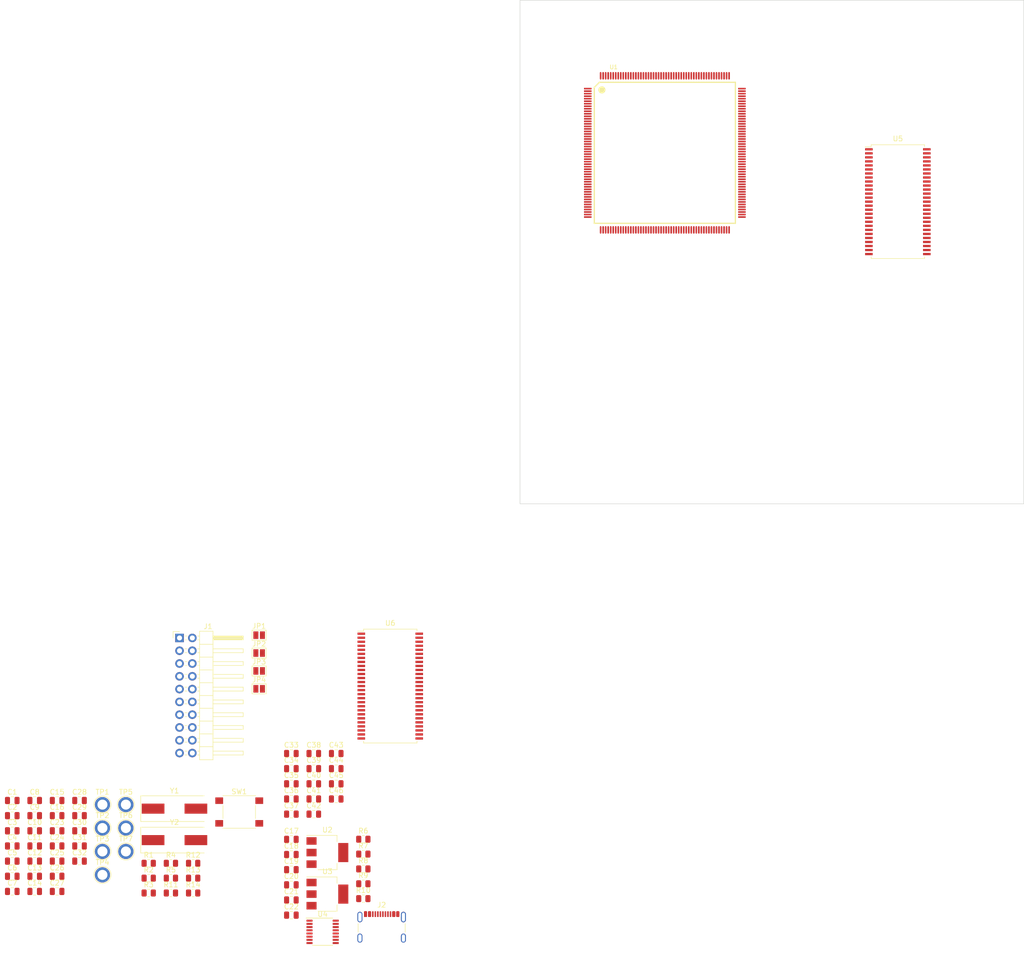
<source format=kicad_pcb>
(kicad_pcb (version 20221018) (generator pcbnew)
  (layers (0 "F.Cu" signal) (31 "B.Cu" signal) (34 "B.Paste" user) (35 "F.Paste" user) (36 "B.SilkS" user "B.Silkscreen") (37 "F.SilkS" user "F.Silkscreen") (38 "B.Mask" user) (39 "F.Mask" user) (44 "Edge.Cuts" user))
  (net 0 "")
  (net 1 "3V3")
  (net 2 "1V8")
  (net 3 "Net-(U1-XOUT)")
  (net 4 "Net-(U1-XIN)")
  (net 5 "Net-(U1-XOUT32)")
  (net 6 "Net-(U1-XIN32)")
  (net 7 "Net-(U4-3V3OUT)")
  (net 8 "Net-(U2-VI)")
  (net 9 "Net-(C19-Pad2)")
  (net 10 "Net-(C20-Pad2)")
  (net 11 "Net-(C23-Pad2)")
  (net 12 "Net-(U1-PLLRCA)")
  (net 13 "Net-(J1-Pin_3)")
  (net 14 "Net-(J1-Pin_5)")
  (net 15 "Net-(J1-Pin_7)")
  (net 16 "Net-(J1-Pin_9)")
  (net 17 "Net-(J1-Pin_11)")
  (net 18 "Net-(J1-Pin_13)")
  (net 19 "NRST")
  (net 20 "Net-(J1-Pin_17)")
  (net 21 "Net-(J1-Pin_19)")
  (net 22 "Net-(JP2-A)")
  (net 23 "Net-(U1-OSCSEL)")
  (net 24 "Net-(JP4-A)")
  (net 25 "Net-(U1-SHDN)")
  (net 26 "Net-(U1-WKUP)")
  (net 27 "Net-(U4-USBDM)")
  (net 28 "Net-(U4-USBDP)")
  (net 29 "Net-(U4-~{CTS})")
  (net 30 "Net-(J2-CC1)")
  (net 31 "Net-(J2-CC2)")
  (net 32 "PB14")
  (net 34 "PB15")
  (net 37 "BCD")
  (net 38 "SLEEP")
  (net 39 "D0")
  (net 40 "D1")
  (net 41 "D2")
  (net 42 "D3")
  (net 43 "D4")
  (net 44 "D5")
  (net 45 "D6")
  (net 46 "D7")
  (net 47 "A0")
  (net 48 "SDWE")
  (net 49 "CAS")
  (net 50 "RAS")
  (net 51 "SDCS")
  (net 52 "A16")
  (net 53 "A17")
  (net 54 "SDA10")
  (net 55 "A2")
  (net 56 "A3")
  (net 57 "A4")
  (net 58 "A5")
  (net 59 "A6")
  (net 60 "A7")
  (net 61 "A8")
  (net 62 "A9")
  (net 63 "A10")
  (net 64 "A11")
  (net 65 "A13")
  (net 66 "A14")
  (net 67 "SDCKE")
  (net 68 "SDCK")
  (net 69 "NBS1")
  (net 71 "D8")
  (net 72 "D9")
  (net 73 "D10")
  (net 74 "D11")
  (net 75 "D12")
  (net 76 "D13")
  (net 77 "D14")
  (net 78 "D15")
  (net 79 "D16")
  (net 80 "D17")
  (net 81 "D18")
  (net 82 "D19")
  (net 83 "D20")
  (net 84 "D21")
  (net 85 "D22")
  (net 86 "D23")
  (net 87 "A1")
  (net 88 "NBS3")
  (net 90 "D24")
  (net 91 "D25")
  (net 92 "D26")
  (net 93 "D27")
  (net 94 "D28")
  (net 95 "D29")
  (net 96 "D30")
  (net 97 "D31")
  (net 100 "PA24")
  (net 101 "PA25")
  (net 102 "PA26")
  (net 103 "PA27")
  (net 104 "PA28")
  (net 105 "PA29")
  (net 106 "PB0")
  (net 107 "PB1")
  (net 108 "PB2")
  (net 109 "PB3")
  (net 110 "PB4")
  (net 111 "PB5")
  (net 112 "PB6")
  (net 113 "PB7")
  (net 114 "PB8")
  (net 115 "PB9")
  (net 116 "PB16")
  (net 117 "PB17")
  (net 118 "PB18")
  (net 119 "PB19")
  (net 120 "Net-(JP1-B)")
  (net 122 "Net-(U1-JTAGSEL)")
  (net 123 "HDMA")
  (net 124 "HPDA")
  (net 125 "DDM")
  (net 126 "DDP")
  (net 128 "SPI0_NPCS1")
  (net 130 "NANDCS")
  (net 133 "A23")
  (net 136 "A24")
  (net 137 "NCS0")
  (net 138 "NRD")
  (net 139 "NWE")
  (net 140 "NANDOE")
  (net 141 "NANDWE")
  (net 142 "NANDCLE")
  (net 143 "NANDALE")
  (net 144 "A20")
  (net 145 "A19")
  (net 146 "A18")
  (net 147 "A15")
  (net 148 "A12")
  (net 149 "NWAIT")
  (net 153 "PB10")
  (net 154 "PB11")
  (net 155 "PB20")
  (net 156 "PB21")
  (net 157 "PB22")
  (net 158 "PB23")
  (net 159 "PB24")
  (net 160 "PB25")
  (net 161 "PB26")
  (net 162 "PB27")
  (net 163 "PB28")
  (net 164 "PB29")
  (net 165 "PB30")
  (net 166 "PB31")
  (net 167 "PA0")
  (net 168 "PA1")
  (net 169 "PA2")
  (net 170 "PA3")
  (net 171 "PA4")
  (net 172 "PA5")
  (net 173 "PA6")
  (net 174 "PA7")
  (net 175 "PA8")
  (net 176 "PA9")
  (net 177 "PA10")
  (net 178 "PA11")
  (net 179 "PA12")
  (net 180 "PA13")
  (net 181 "PA14")
  (net 182 "PA15")
  (net 183 "PA16")
  (net 184 "PA17")
  (net 185 "PA18")
  (net 186 "PA19")
  (net 187 "PA20")
  (net 188 "PA21")
  (net 189 "PA22")
  (net 190 "PA23")
  (net 191 "+1V8")
  (footprint "Capacitor_SMD:C_0805_2012Metric" (layer "F.Cu") (at -0.38 221.69)
    (fp_text reference "C22" (at 0 -1.68) (layer "F.SilkS"))
    (fp_text value "4.7uF")
    (pad "1" smd roundrect (at -0.95 0) (size 1 1.45) (layers "F.Cu" "F.Paste" "F.Mask") (net 8 "Net-(U2-VI)"))
    (pad "2" smd roundrect (at 0.95 0) (size 1 1.45) (layers "F.Cu" "F.Paste" "F.Mask") (net 2 "1V8"))
  )
  (footprint "Capacitor_SMD:C_0805_2012Metric" (layer "F.Cu") (at -55.78 207.95)
    (fp_text reference "C4" (at 0 -1.68) (layer "F.SilkS"))
    (fp_text value "100nF")
    (pad "1" smd roundrect (at -0.95 0) (size 1 1.45) (layers "F.Cu" "F.Paste" "F.Mask") (net 1 "3V3"))
    (pad "2" smd roundrect (at 0.95 0) (size 1 1.45) (layers "F.Cu" "F.Paste" "F.Mask") (net 2 "1V8"))
  )
  (footprint "TestPoint:TestPoint_Plated_Hole_D2.0mm" (layer "F.Cu") (at -37.88 213.69)
    (fp_text reference "TP4" (at 0 -2.498) (layer "F.SilkS"))
    (fp_text value "A15")
    (pad "1" thru_hole circle (at 0 0) (size 3 3) (drill 2) (layers "*.Cu" "*.Mask") (net 147 "A15"))
  )
  (footprint "Capacitor_SMD:C_0805_2012Metric" (layer "F.Cu") (at -0.38 206.64)
    (fp_text reference "C17" (at 0 -1.68) (layer "F.SilkS"))
    (fp_text value "100nF")
    (pad "1" smd roundrect (at -0.95 0) (size 1 1.45) (layers "F.Cu" "F.Paste" "F.Mask") (net 2 "1V8"))
    (pad "2" smd roundrect (at 0.95 0) (size 1 1.45) (layers "F.Cu" "F.Paste" "F.Mask") (net 7 "Net-(U4-3V3OUT)"))
  )
  (footprint "Capacitor_SMD:C_0805_2012Metric" (layer "F.Cu") (at -55.78 210.96)
    (fp_text reference "C5" (at 0 -1.68) (layer "F.SilkS"))
    (fp_text value "100nF")
    (pad "1" smd roundrect (at -0.95 0) (size 1 1.45) (layers "F.Cu" "F.Paste" "F.Mask") (net 1 "3V3"))
    (pad "2" smd roundrect (at 0.95 0) (size 1 1.45) (layers "F.Cu" "F.Paste" "F.Mask") (net 2 "1V8"))
  )
  (footprint "Capacitor_SMD:C_0805_2012Metric" (layer "F.Cu") (at -51.33 204.94)
    (fp_text reference "C10" (at 0 -1.68) (layer "F.SilkS"))
    (fp_text value "100nF")
    (pad "1" smd roundrect (at -0.95 0) (size 1 1.45) (layers "F.Cu" "F.Paste" "F.Mask") (net 1 "3V3"))
    (pad "2" smd roundrect (at 0.95 0) (size 1 1.45) (layers "F.Cu" "F.Paste" "F.Mask") (net 2 "1V8"))
  )
  (footprint "Resistor_SMD:R_0805_2012Metric" (layer "F.Cu") (at 13.9 215.46)
    (fp_text reference "R9" (at 0 -1.65) (layer "F.SilkS"))
    (fp_text value "5.1K")
    (pad "1" smd roundrect (at -0.9125 0) (size 1.025 1.4) (layers "F.Cu" "F.Paste" "F.Mask") (roundrect_rratio 0.243902) (net 30 "Net-(J2-CC1)"))
    (pad "2" smd roundrect (at 0.9125 0) (size 1.025 1.4) (layers "F.Cu" "F.Paste" "F.Mask") (roundrect_rratio 0.243902) (net 2 "1V8"))
  )
  (footprint "Capacitor_SMD:C_0805_2012Metric" (layer "F.Cu") (at 8.52 198.62)
    (fp_text reference "C46" (at 0 -1.68) (layer "F.SilkS"))
    (fp_text value "100nF")
    (pad "1" smd roundrect (at -0.95 0) (size 1 1.45) (layers "F.Cu" "F.Paste" "F.Mask") (net 2 "1V8"))
    (pad "2" smd roundrect (at 0.95 0) (size 1 1.45) (layers "F.Cu" "F.Paste" "F.Mask") (net 1 "3V3"))
  )
  (footprint "Capacitor_SMD:C_0805_2012Metric" (layer "F.Cu") (at -51.33 207.95)
    (fp_text reference "C11" (at 0 -1.68) (layer "F.SilkS"))
    (fp_text value "100nF")
    (pad "1" smd roundrect (at -0.95 0) (size 1 1.45) (layers "F.Cu" "F.Paste" "F.Mask") (net 2 "1V8"))
    (pad "2" smd roundrect (at 0.95 0) (size 1 1.45) (layers "F.Cu" "F.Paste" "F.Mask") (net 2 "1V8"))
  )
  (footprint "Capacitor_SMD:C_0805_2012Metric" (layer "F.Cu") (at 4.07 189.59)
    (fp_text reference "C38" (at 0 -1.68) (layer "F.SilkS"))
    (fp_text value "100nF")
    (pad "1" smd roundrect (at -0.95 0) (size 1 1.45) (layers "F.Cu" "F.Paste" "F.Mask") (net 2 "1V8"))
    (pad "2" smd roundrect (at 0.95 0) (size 1 1.45) (layers "F.Cu" "F.Paste" "F.Mask") (net 1 "3V3"))
  )
  (footprint "Jumper:SolderJumper-2_P1.3mm_Open_Pad1.0x1.5mm" (layer "F.Cu") (at -6.78 169.64)
    (fp_text reference "JP2" (at 0 -1.8) (layer "F.SilkS"))
    (fp_text value "SolderJumper_2_Open")
    (pad "1" smd rect (at -0.65 0) (size 1 1.5) (layers "F.Cu" "F.Mask") (net 22 "Net-(JP2-A)"))
    (pad "2" smd rect (at 0.65 0) (size 1 1.5) (layers "F.Cu" "F.Mask") (net 1 "3V3"))
  )
  (footprint "Package_SO:TSOP-II-54_22.2x10.16mm_P0.8mm" (layer "F.Cu") (at 19.25 176.2)
    (fp_text reference "U6" (at 0 -12.5) (layer "F.SilkS"))
    (fp_text value "H57V2562GTR-75C")
    (pad "1" smd rect (at -5.75 -10.4) (size 1.51 0.458) (layers "F.Cu" "F.Paste" "F.Mask") (net 1 "3V3"))
    (pad "2" smd rect (at -5.75 -9.6) (size 1.51 0.458) (layers "F.Cu" "F.Paste" "F.Mask") (net 79 "D16"))
    (pad "3" smd rect (at -5.75 -8.8) (size 1.51 0.458) (layers "F.Cu" "F.Paste" "F.Mask") (net 1 "3V3"))
    (pad "4" smd rect (at -5.75 -8) (size 1.51 0.458) (layers "F.Cu" "F.Paste" "F.Mask") (net 80 "D17"))
    (pad "5" smd rect (at -5.75 -7.2) (size 1.51 0.458) (layers "F.Cu" "F.Paste" "F.Mask") (net 81 "D18"))
    (pad "6" smd rect (at -5.75 -6.4) (size 1.51 0.458) (layers "F.Cu" "F.Paste" "F.Mask") (net 2 "1V8"))
    (pad "7" smd rect (at -5.75 -5.6) (size 1.51 0.458) (layers "F.Cu" "F.Paste" "F.Mask") (net 82 "D19"))
    (pad "8" smd rect (at -5.75 -4.8) (size 1.51 0.458) (layers "F.Cu" "F.Paste" "F.Mask") (net 83 "D20"))
    (pad "9" smd rect (at -5.75 -4) (size 1.51 0.458) (layers "F.Cu" "F.Paste" "F.Mask") (net 1 "3V3"))
    (pad "10" smd rect (at -5.75 -3.2) (size 1.51 0.458) (layers "F.Cu" "F.Paste" "F.Mask") (net 84 "D21"))
    (pad "11" smd rect (at -5.75 -2.4) (size 1.51 0.458) (layers "F.Cu" "F.Paste" "F.Mask") (net 85 "D22"))
    (pad "12" smd rect (at -5.75 -1.6) (size 1.51 0.458) (layers "F.Cu" "F.Paste" "F.Mask") (net 2 "1V8"))
    (pad "13" smd rect (at -5.75 -0.8) (size 1.51 0.458) (layers "F.Cu" "F.Paste" "F.Mask") (net 86 "D23"))
    (pad "14" smd rect (at -5.75 0) (size 1.51 0.458) (layers "F.Cu" "F.Paste" "F.Mask") (net 1 "3V3"))
    (pad "15" smd rect (at -5.75 0.8) (size 1.51 0.458) (layers "F.Cu" "F.Paste" "F.Mask") (net 87 "A1"))
    (pad "16" smd rect (at -5.75 1.6) (size 1.51 0.458) (layers "F.Cu" "F.Paste" "F.Mask") (net 48 "SDWE"))
    (pad "17" smd rect (at -5.75 2.4) (size 1.51 0.458) (layers "F.Cu" "F.Paste" "F.Mask") (net 49 "CAS"))
    (pad "18" smd rect (at -5.75 3.2) (size 1.51 0.458) (layers "F.Cu" "F.Paste" "F.Mask") (net 50 "RAS"))
    (pad "19" smd rect (at -5.75 4) (size 1.51 0.458) (layers "F.Cu" "F.Paste" "F.Mask") (net 51 "SDCS"))
    (pad "20" smd rect (at -5.75 4.8) (size 1.51 0.458) (layers "F.Cu" "F.Paste" "F.Mask") (net 52 "A16"))
    (pad "21" smd rect (at -5.75 5.6) (size 1.51 0.458) (layers "F.Cu" "F.Paste" "F.Mask") (net 53 "A17"))
    (pad "22" smd rect (at -5.75 6.4) (size 1.51 0.458) (layers "F.Cu" "F.Paste" "F.Mask") (net 54 "SDA10"))
    (pad "23" smd rect (at -5.75 7.2) (size 1.51 0.458) (layers "F.Cu" "F.Paste" "F.Mask") (net 55 "A2"))
    (pad "24" smd rect (at -5.75 8) (size 1.51 0.458) (layers "F.Cu" "F.Paste" "F.Mask") (net 56 "A3"))
    (pad "25" smd rect (at -5.75 8.8) (size 1.51 0.458) (layers "F.Cu" "F.Paste" "F.Mask") (net 57 "A4"))
    (pad "26" smd rect (at -5.75 9.6) (size 1.51 0.458) (layers "F.Cu" "F.Paste" "F.Mask") (net 58 "A5"))
    (pad "27" smd rect (at -5.75 10.4) (size 1.51 0.458) (layers "F.Cu" "F.Paste" "F.Mask") (net 1 "3V3"))
    (pad "28" smd rect (at 5.75 10.4) (size 1.51 0.458) (layers "F.Cu" "F.Paste" "F.Mask") (net 2 "1V8"))
    (pad "29" smd rect (at 5.75 9.6) (size 1.51 0.458) (layers "F.Cu" "F.Paste" "F.Mask") (net 59 "A6"))
    (pad "30" smd rect (at 5.75 8.8) (size 1.51 0.458) (layers "F.Cu" "F.Paste" "F.Mask") (net 60 "A7"))
    (pad "31" smd rect (at 5.75 8) (size 1.51 0.458) (layers "F.Cu" "F.Paste" "F.Mask") (net 61 "A8"))
    (pad "32" smd rect (at 5.75 7.2) (size 1.51 0.458) (layers "F.Cu" "F.Paste" "F.Mask") (net 62 "A9"))
    (pad "33" smd rect (at 5.75 6.4) (size 1.51 0.458) (layers "F.Cu" "F.Paste" "F.Mask") (net 63 "A10"))
    (pad "34" smd rect (at 5.75 5.6) (size 1.51 0.458) (layers "F.Cu" "F.Paste" "F.Mask") (net 64 "A11"))
    (pad "35" smd rect (at 5.75 4.8) (size 1.51 0.458) (layers "F.Cu" "F.Paste" "F.Mask") (net 65 "A13"))
    (pad "36" smd rect (at 5.75 4) (size 1.51 0.458) (layers "F.Cu" "F.Paste" "F.Mask") (net 66 "A14"))
    (pad "37" smd rect (at 5.75 3.2) (size 1.51 0.458) (layers "F.Cu" "F.Paste" "F.Mask") (net 67 "SDCKE"))
    (pad "38" smd rect (at 5.75 2.4) (size 1.51 0.458) (layers "F.Cu" "F.Paste" "F.Mask") (net 68 "SDCK"))
    (pad "39" smd rect (at 5.75 1.6) (size 1.51 0.458) (layers "F.Cu" "F.Paste" "F.Mask") (net 88 "NBS3"))
    (pad "40" smd rect (at 5.75 0.8) (size 1.51 0.458) (layers "F.Cu" "F.Paste" "F.Mask"))
    (pad "41" smd rect (at 5.75 0) (size 1.51 0.458) (layers "F.Cu" "F.Paste" "F.Mask") (net 2 "1V8"))
    (pad "42" smd rect (at 5.75 -0.8) (size 1.51 0.458) (layers "F.Cu" "F.Paste" "F.Mask") (net 90 "D24"))
    (pad "43" smd rect (at 5.75 -1.6) (size 1.51 0.458) (layers "F.Cu" "F.Paste" "F.Mask") (net 1 "3V3"))
    (pad "44" smd rect (at 5.75 -2.4) (size 1.51 0.458) (layers "F.Cu" "F.Paste" "F.Mask") (net 91 "D25"))
    (pad "45" smd rect (at 5.75 -3.2) (size 1.51 0.458) (layers "F.Cu" "F.Paste" "F.Mask") (net 92 "D26"))
    (pad "46" smd rect (at 5.75 -4) (size 1.51 0.458) (layers "F.Cu" "F.Paste" "F.Mask") (net 2 "1V8"))
    (pad "47" smd rect (at 5.75 -4.8) (size 1.51 0.458) (layers "F.Cu" "F.Paste" "F.Mask") (net 93 "D27"))
    (pad "48" smd rect (at 5.75 -5.6) (size 1.51 0.458) (layers "F.Cu" "F.Paste" "F.Mask") (net 94 "D28"))
    (pad "49" smd rect (at 5.75 -6.4) (size 1.51 0.458) (layers "F.Cu" "F.Paste" "F.Mask") (net 1 "3V3"))
    (pad "50" smd rect (at 5.75 -7.2) (size 1.51 0.458) (layers "F.Cu" "F.Paste" "F.Mask") (net 95 "D29"))
    (pad "51" smd rect (at 5.75 -8) (size 1.51 0.458) (layers "F.Cu" "F.Paste" "F.Mask") (net 96 "D30"))
    (pad "52" smd rect (at 5.75 -8.8) (size 1.51 0.458) (layers "F.Cu" "F.Paste" "F.Mask") (net 2 "1V8"))
    (pad "53" smd rect (at 5.75 -9.6) (size 1.51 0.458) (layers "F.Cu" "F.Paste" "F.Mask") (net 97 "D31"))
    (pad "54" smd rect (at 5.75 -10.4) (size 1.51 0.458) (layers "F.Cu" "F.Paste" "F.Mask") (net 2 "1V8"))
  )
  (footprint "Capacitor_SMD:C_0805_2012Metric" (layer "F.Cu") (at 8.52 189.59)
    (fp_text reference "C43" (at 0 -1.68) (layer "F.SilkS"))
    (fp_text value "100nF")
    (pad "1" smd roundrect (at -0.95 0) (size 1 1.45) (layers "F.Cu" "F.Paste" "F.Mask") (net 2 "1V8"))
    (pad "2" smd roundrect (at 0.95 0) (size 1 1.45) (layers "F.Cu" "F.Paste" "F.Mask") (net 1 "3V3"))
  )
  (footprint "Capacitor_SMD:C_0805_2012Metric" (layer "F.Cu") (at -0.38 218.68)
    (fp_text reference "C21" (at 0 -1.68) (layer "F.SilkS"))
    (fp_text value "100nF")
    (pad "1" smd roundrect (at -0.95 0) (size 1 1.45) (layers "F.Cu" "F.Paste" "F.Mask") (net 2 "1V8"))
    (pad "2" smd roundrect (at 0.95 0) (size 1 1.45) (layers "F.Cu" "F.Paste" "F.Mask") (net 8 "Net-(U2-VI)"))
  )
  (footprint "Button_Switch_SMD:SW_Push_1P1T_NO_6x6mm_H9.5mm" (layer "F.Cu") (at -10.73 201.205)
    (fp_text reference "SW1" (at 0 -4.05) (layer "F.SilkS"))
    (fp_text value "SW_Push")
    (pad "1" smd rect (at -3.975 -2.25) (size 1.55 1.3) (layers "F.Cu" "F.Paste" "F.Mask") (net 19 "NRST"))
    (pad "1" smd rect (at 3.975 -2.25) (size 1.55 1.3) (layers "F.Cu" "F.Paste" "F.Mask") (net 19 "NRST"))
    (pad "2" smd rect (at -3.975 2.25) (size 1.55 1.3) (layers "F.Cu" "F.Paste" "F.Mask") (net 2 "1V8"))
    (pad "2" smd rect (at 3.975 2.25) (size 1.55 1.3) (layers "F.Cu" "F.Paste" "F.Mask") (net 2 "1V8"))
  )
  (footprint "Resistor_SMD:R_0805_2012Metric" (layer "F.Cu") (at -28.7 217.29)
    (fp_text reference "R3" (at 0 -1.65) (layer "F.SilkS"))
    (fp_text value "100K")
    (pad "1" smd roundrect (at -0.9125 0) (size 1.025 1.4) (layers "F.Cu" "F.Paste" "F.Mask") (roundrect_rratio 0.243902) (net 19 "NRST"))
    (pad "2" smd roundrect (at 0.9125 0) (size 1.025 1.4) (layers "F.Cu" "F.Paste" "F.Mask") (roundrect_rratio 0.243902) (net 1 "3V3"))
  )
  (footprint "Resistor_SMD:R_0805_2012Metric" (layer "F.Cu") (at 13.9 212.51)
    (fp_text reference "R8" (at 0 -1.65) (layer "F.SilkS"))
    (fp_text value "100K")
    (pad "1" smd roundrect (at -0.9125 0) (size 1.025 1.4) (layers "F.Cu" "F.Paste" "F.Mask") (roundrect_rratio 0.243902) (net 29 "Net-(U4-~{CTS})"))
    (pad "2" smd roundrect (at 0.9125 0) (size 1.025 1.4) (layers "F.Cu" "F.Paste" "F.Mask") (roundrect_rratio 0.243902) (net 2 "1V8"))
  )
  (footprint "Resistor_SMD:R_0805_2012Metric" (layer "F.Cu") (at -24.29 217.29)
    (fp_text reference "R11" (at 0 -1.65) (layer "F.SilkS"))
    (fp_text value "100K")
    (pad "1" smd roundrect (at -0.9125 0) (size 1.025 1.4) (layers "F.Cu" "F.Paste" "F.Mask") (roundrect_rratio 0.243902) (net 1 "3V3"))
    (pad "2" smd roundrect (at 0.9125 0) (size 1.025 1.4) (layers "F.Cu" "F.Paste" "F.Mask") (roundrect_rratio 0.243902) (net 14 "Net-(J1-Pin_5)"))
  )
  (footprint "Capacitor_SMD:C_0805_2012Metric" (layer "F.Cu") (at -0.38 209.65)
    (fp_text reference "C18" (at 0 -1.68) (layer "F.SilkS"))
    (fp_text value "10nF")
    (pad "1" smd roundrect (at -0.95 0) (size 1 1.45) (layers "F.Cu" "F.Paste" "F.Mask") (net 2 "1V8"))
    (pad "2" smd roundrect (at 0.95 0) (size 1 1.45) (layers "F.Cu" "F.Paste" "F.Mask") (net 8 "Net-(U2-VI)"))
  )
  (footprint "Capacitor_SMD:C_0805_2012Metric" (layer "F.Cu") (at -51.33 210.96)
    (fp_text reference "C12" (at 0 -1.68) (layer "F.SilkS"))
    (fp_text value "100nF")
    (pad "1" smd roundrect (at -0.95 0) (size 1 1.45) (layers "F.Cu" "F.Paste" "F.Mask") (net 2 "1V8"))
    (pad "2" smd roundrect (at 0.95 0) (size 1 1.45) (layers "F.Cu" "F.Paste" "F.Mask") (net 2 "1V8"))
  )
  (footprint "Capacitor_SMD:C_0805_2012Metric" (layer "F.Cu") (at 4.07 198.62)
    (fp_text reference "C41" (at 0 -1.68) (layer "F.SilkS"))
    (fp_text value "100nF")
    (pad "1" smd roundrect (at -0.95 0) (size 1 1.45) (layers "F.Cu" "F.Paste" "F.Mask") (net 2 "1V8"))
    (pad "2" smd roundrect (at 0.95 0) (size 1 1.45) (layers "F.Cu" "F.Paste" "F.Mask") (net 1 "3V3"))
  )
  (footprint "Connector_USB:USB_C_Receptacle_GCT_USB4105-xx-A_16P_TopMnt_Horizontal" (layer "F.Cu") (at 17.54 225.17)
    (fp_text reference "J2" (at 0 -5.5 unlocked) (layer "F.SilkS"))
    (fp_text value "USB4105-GF-A ")
    (pad "" np_thru_hole circle (at -2.89 -2.605) (size 0.65 0.65) (drill 0.65) (layers "F&B.Cu" "*.Mask"))
    (pad "" np_thru_hole circle (at 2.89 -2.605) (size 0.65 0.65) (drill 0.65) (layers "F&B.Cu" "*.Mask"))
    (pad "A1" smd roundrect (at -3.2 -3.68) (size 0.6 1.15) (layers "F.Cu" "F.Paste" "F.Mask") (net 2 "1V8"))
    (pad "A4" smd roundrect (at -2.4 -3.68) (size 0.6 1.15) (layers "F.Cu" "F.Paste" "F.Mask") (net 8 "Net-(U2-VI)"))
    (pad "A5" smd roundrect (at -1.25 -3.68) (size 0.3 1.15) (layers "F.Cu" "F.Paste" "F.Mask") (net 30 "Net-(J2-CC1)"))
    (pad "A6" smd roundrect (at -0.25 -3.68) (size 0.3 1.15) (layers "F.Cu" "F.Paste" "F.Mask") (net 9 "Net-(C19-Pad2)"))
    (pad "A7" smd roundrect (at 0.25 -3.68) (size 0.3 1.15) (layers "F.Cu" "F.Paste" "F.Mask") (net 10 "Net-(C20-Pad2)"))
    (pad "A8" smd roundrect (at 1.25 -3.68) (size 0.3 1.15) (layers "F.Cu" "F.Paste" "F.Mask"))
    (pad "A9" smd roundrect (at 2.4 -3.68) (size 0.6 1.15) (layers "F.Cu" "F.Paste" "F.Mask") (net 8 "Net-(U2-VI)"))
    (pad "A12" smd roundrect (at 3.2 -3.68) (size 0.6 1.15) (layers "F.Cu" "F.Paste" "F.Mask") (net 2 "1V8"))
    (pad "B1" smd roundrect (at 3.2 -3.68) (size 0.6 1.15) (layers "F.Cu" "F.Paste" "F.Mask") (net 2 "1V8"))
    (pad "B4" smd roundrect (at 2.4 -3.68) (size 0.6 1.15) (layers "F.Cu" "F.Paste" "F.Mask") (net 8 "Net-(U2-VI)"))
    (pad "B5" smd roundrect (at 1.75 -3.68) (size 0.3 1.15) (layers "F.Cu" "F.Paste" "F.Mask") (net 31 "Net-(J2-CC2)"))
    (pad "B6" smd roundrect (at 0.75 -3.68) (size 0.3 1.15) (layers "F.Cu" "F.Paste" "F.Mask") (net 9 "Net-(C19-Pad2)"))
    (pad "B7" smd roundrect (at -0.75 -3.68) (size 0.3 1.15) (layers "F.Cu" "F.Paste" "F.Mask") (net 10 "Net-(C20-Pad2)"))
    (pad "B8" smd roundrect (at -1.75 -3.68) (size 0.3 1.15) (layers "F.Cu" "F.Paste" "F.Mask"))
    (pad "B9" smd roundrect (at -2.4 -3.68) (size 0.6 1.15) (layers "F.Cu" "F.Paste" "F.Mask") (net 8 "Net-(U2-VI)"))
    (pad "B12" smd roundrect (at -3.2 -3.68) (size 0.6 1.15) (layers "F.Cu" "F.Paste" "F.Mask") (net 2 "1V8"))
    (pad "S1" thru_hole oval (at -4.32 -3.105) (size 1 2.1) (drill oval 0.6 1.7) (layers "*.Cu" "*.Mask" "F.Paste") (net 2 "1V8"))
    (pad "S1" thru_hole oval (at -4.32 1.075) (size 1 1.8) (drill oval 0.6 1.4) (layers "*.Cu" "*.Mask" "F.Paste") (net 2 "1V8"))
    (pad "S1" thru_hole oval (at 4.32 -3.105) (size 1 2.1) (drill oval 0.6 1.7) (layers "*.Cu" "*.Mask" "F.Paste") (net 2 "1V8"))
    (pad "S1" thru_hole oval (at 4.32 1.075) (size 1 1.8) (drill oval 0.6 1.4) (layers "*.Cu" "*.Mask" "F.Paste") (net 2 "1V8"))
  )
  (footprint "TestPoint:TestPoint_Plated_Hole_D2.0mm" (layer "F.Cu") (at -33.23 199.74)
    (fp_text reference "TP5" (at 0 -2.498) (layer "F.SilkS"))
    (fp_text value "A12")
    (pad "1" thru_hole circle (at 0 0) (size 3 3) (drill 2) (layers "*.Cu" "*.Mask") (net 20 "Net-(J1-Pin_17)"))
  )
  (footprint "Package_SO:SSOP-16_3.9x4.9mm_P0.635mm" (layer "F.Cu") (at 5.82 225.01)
    (fp_text reference "U4" (at 0 -3.5) (layer "F.SilkS"))
    (fp_text value "FT230XS")
    (pad "1" smd rect (at -2.6 -2.2225) (size 1.2 0.4) (layers "F.Cu" "F.Paste" "F.Mask") (net 32 "PB14"))
    (pad "2" smd rect (at -2.6 -1.5875) (size 1.2 0.4) (layers "F.Cu" "F.Paste" "F.Mask"))
    (pad "3" smd rect (at -2.6 -0.9525) (size 1.2 0.4) (layers "F.Cu" "F.Paste" "F.Mask") (net 7 "Net-(U4-3V3OUT)"))
    (pad "4" smd rect (at -2.6 -0.3175) (size 1.2 0.4) (layers "F.Cu" "F.Paste" "F.Mask") (net 34 "PB15"))
    (pad "5" smd rect (at -2.6 0.3175) (size 1.2 0.4) (layers "F.Cu" "F.Paste" "F.Mask") (net 2 "1V8"))
    (pad "6" smd rect (at -2.6 0.9525) (size 1.2 0.4) (layers "F.Cu" "F.Paste" "F.Mask") (net 29 "Net-(U4-~{CTS})"))
    (pad "7" smd rect (at -2.6 1.5875) (size 1.2 0.4) (layers "F.Cu" "F.Paste" "F.Mask"))
    (pad "8" smd rect (at -2.6 2.2225) (size 1.2 0.4) (layers "F.Cu" "F.Paste" "F.Mask") (net 28 "Net-(U4-USBDP)"))
    (pad "9" smd rect (at 2.6 2.2225) (size 1.2 0.4) (layers "F.Cu" "F.Paste" "F.Mask") (net 27 "Net-(U4-USBDM)"))
    (pad "10" smd rect (at 2.6 1.5875) (size 1.2 0.4) (layers "F.Cu" "F.Paste" "F.Mask") (net 7 "Net-(U4-3V3OUT)"))
    (pad "11" smd rect (at 2.6 0.9525) (size 1.2 0.4) (layers "F.Cu" "F.Paste" "F.Mask") (net 7 "Net-(U4-3V3OUT)"))
    (pad "12" smd rect (at 2.6 0.3175) (size 1.2 0.4) (layers "F.Cu" "F.Paste" "F.Mask") (net 8 "Net-(U2-VI)"))
    (pad "13" smd rect (at 2.6 -0.3175) (size 1.2 0.4) (layers "F.Cu" "F.Paste" "F.Mask") (net 2 "1V8"))
    (pad "14" smd rect (at 2.6 -0.9525) (size 1.2 0.4) (layers "F.Cu" "F.Paste" "F.Mask"))
    (pad "15" smd rect (at 2.6 -1.5875) (size 1.2 0.4) (layers "F.Cu" "F.Paste" "F.Mask") (net 37 "BCD"))
    (pad "16" smd rect (at 2.6 -2.2225) (size 1.2 0.4) (layers "F.Cu" "F.Paste" "F.Mask") (net 38 "SLEEP"))
  )
  (footprint "Capacitor_SMD:C_0805_2012Metric" (layer "F.Cu") (at -51.33 216.98)
    (fp_text reference "C14" (at 0 -1.68) (layer "F.SilkS"))
    (fp_text value "10pF")
    (pad "1" smd roundrect (at -0.95 0) (size 1 1.45) (layers "F.Cu" "F.Paste" "F.Mask") (net 2 "1V8"))
    (pad "2" smd roundrect (at 0.95 0) (size 1 1.45) (layers "F.Cu" "F.Paste" "F.Mask") (net 4 "Net-(U1-XIN)"))
  )
  (footprint "Resistor_SMD:R_0805_2012Metric" (layer "F.Cu") (at -28.7 214.34)
    (fp_text reference "R2" (at 0 -1.65) (layer "F.SilkS"))
    (fp_text value "100K")
    (pad "1" smd roundrect (at -0.9125 0) (size 1.025 1.4) (layers "F.Cu" "F.Paste" "F.Mask") (roundrect_rratio 0.243902) (net 24 "Net-(JP4-A)"))
    (pad "2" smd roundrect (at 0.9125 0) (size 1.025 1.4) (layers "F.Cu" "F.Paste" "F.Mask") (roundrect_rratio 0.243902) (net 1 "3V3"))
  )
  (footprint "Package_TO_SOT_SMD:SOT-223-3_TabPin2" (layer "F.Cu") (at 6.77 217.51)
    (fp_text reference "U3" (at 0 -4.5) (layer "F.SilkS"))
    (fp_text value "TLV1117-33")
    (pad "1" smd rect (at -3.15 -2.3) (size 2 1.5) (layers "F.Cu" "F.Paste" "F.Mask") (net 2 "1V8"))
    (pad "2" smd rect (at -3.15 0) (size 2 1.5) (layers "F.Cu" "F.Paste" "F.Mask") (net 1 "3V3"))
    (pad "2" smd rect (at 3.15 0) (size 2 3.8) (layers "F.Cu" "F.Paste" "F.Mask") (net 1 "3V3"))
    (pad "3" smd rect (at -3.15 2.3) (size 2 1.5) (layers "F.Cu" "F.Paste" "F.Mask") (net 8 "Net-(U2-VI)"))
  )
  (footprint "Capacitor_SMD:C_0805_2012Metric" (layer "F.Cu") (at -51.33 198.92)
    (fp_text reference "C8" (at 0 -1.68) (layer "F.SilkS"))
    (fp_text value "100nF")
    (pad "1" smd roundrect (at -0.95 0) (size 1 1.45) (layers "F.Cu" "F.Paste" "F.Mask") (net 1 "3V3"))
    (pad "2" smd roundrect (at 0.95 0) (size 1 1.45) (layers "F.Cu" "F.Paste" "F.Mask") (net 2 "1V8"))
  )
  (footprint "Package_SO:TSOP-II-54_22.2x10.16mm_P0.8mm" (layer "F.Cu") (at 120 80)
    (fp_text reference "U5" (at 0 -12.5) (layer "F.SilkS"))
    (fp_text value "H57V2562GTR-75C")
    (pad "1" smd rect (at -5.75 -10.4) (size 1.51 0.458) (layers "F.Cu" "F.Paste" "F.Mask") (net 1 "3V3"))
    (pad "2" smd rect (at -5.75 -9.6) (size 1.51 0.458) (layers "F.Cu" "F.Paste" "F.Mask") (net 39 "D0"))
    (pad "3" smd rect (at -5.75 -8.8) (size 1.51 0.458) (layers "F.Cu" "F.Paste" "F.Mask") (net 1 "3V3"))
    (pad "4" smd rect (at -5.75 -8) (size 1.51 0.458) (layers "F.Cu" "F.Paste" "F.Mask") (net 40 "D1"))
    (pad "5" smd rect (at -5.75 -7.2) (size 1.51 0.458) (layers "F.Cu" "F.Paste" "F.Mask") (net 41 "D2"))
    (pad "6" smd rect (at -5.75 -6.4) (size 1.51 0.458) (layers "F.Cu" "F.Paste" "F.Mask") (net 2 "1V8"))
    (pad "7" smd rect (at -5.75 -5.6) (size 1.51 0.458) (layers "F.Cu" "F.Paste" "F.Mask") (net 42 "D3"))
    (pad "8" smd rect (at -5.75 -4.8) (size 1.51 0.458) (layers "F.Cu" "F.Paste" "F.Mask") (net 43 "D4"))
    (pad "9" smd rect (at -5.75 -4) (size 1.51 0.458) (layers "F.Cu" "F.Paste" "F.Mask") (net 1 "3V3"))
    (pad "10" smd rect (at -5.75 -3.2) (size 1.51 0.458) (layers "F.Cu" "F.Paste" "F.Mask") (net 44 "D5"))
    (pad "11" smd rect (at -5.75 -2.4) (size 1.51 0.458) (layers "F.Cu" "F.Paste" "F.Mask") (net 45 "D6"))
    (pad "12" smd rect (at -5.75 -1.6) (size 1.51 0.458) (layers "F.Cu" "F.Paste" "F.Mask") (net 2 "1V8"))
    (pad "13" smd rect (at -5.75 -0.8) (size 1.51 0.458) (layers "F.Cu" "F.Paste" "F.Mask") (net 46 "D7"))
    (pad "14" smd rect (at -5.75 0) (size 1.51 0.458) (layers "F.Cu" "F.Paste" "F.Mask") (net 1 "3V3"))
    (pad "15" smd rect (at -5.75 0.8) (size 1.51 0.458) (layers "F.Cu" "F.Paste" "F.Mask") (net 47 "A0"))
    (pad "16" smd rect (at -5.75 1.6) (size 1.51 0.458) (layers "F.Cu" "F.Paste" "F.Mask") (net 48 "SDWE"))
    (pad "17" smd rect (at -5.75 2.4) (size 1.51 0.458) (layers "F.Cu" "F.Paste" "F.Mask") (net 49 "CAS"))
    (pad "18" smd rect (at -5.75 3.2) (size 1.51 0.458) (layers "F.Cu" "F.Paste" "F.Mask") (net 50 "RAS"))
    (pad "19" smd rect (at -5.75 4) (size 1.51 0.458) (layers "F.Cu" "F.Paste" "F.Mask") (net 51 "SDCS"))
    (pad "20" smd rect (at -5.75 4.8) (size 1.51 0.458) (layers "F.Cu" "F.Paste" "F.Mask") (net 52 "A16"))
    (pad "21" smd rect (at -5.75 5.6) (size 1.51 0.458) (layers "F.Cu" "F.Paste" "F.Mask") (net 53 "A17"))
    (pad "22" smd rect (at -5.75 6.4) (size 1.51 0.458) (layers "F.Cu" "F.Paste" "F.Mask") (net 54 "SDA10"))
    (pad "23" smd rect (at -5.75 7.2) (size 1.51 0.458) (layers "F.Cu" "F.Paste" "F.Mask") (net 55 "A2"))
    (pad "24" smd rect (at -5.75 8) (size 1.51 0.458) (layers "F.Cu" "F.Paste" "F.Mask") (net 56 "A3"))
    (pad "25" smd rect (at -5.75 8.8) (size 1.51 0.458) (layers "F.Cu" "F.Paste" "F.Mask") (net 57 "A4"))
    (pad "26" smd rect (at -5.75 9.6) (size 1.51 0.458) (layers "F.Cu" "F.Paste" "F.Mask") (net 58 "A5"))
    (pad "27" smd rect (at -5.75 10.4) (size 1.51 0.458) (layers "F.Cu" "F.Paste" "F.Mask") (net 1 "3V3"))
    (pad "28" smd rect (at 5.75 10.4) (size 1.51 0.458) (layers "F.Cu" "F.Paste" "F.Mask") (net 2 "1V8"))
    (pad "29" smd rect (at 5.75 9.6) (size 1.51 0.458) (layers "F.Cu" "F.Paste" "F.Mask") (net 59 "A6"))
    (pad "30" smd rect (at 5.75 8.8) (size 1.51 0.458) (layers "F.Cu" "F.Paste" "F.Mask") (net 60 "A7"))
    (pad "31" smd rect (at 5.75 8) (size 1.51 0.458) (layers "F.Cu" "F.Paste" "F.Mask") (net 61 "A8"))
    (pad "32" smd rect (at 5.75 7.2) (size 1.51 0.458) (layers "F.Cu" "F.Paste" "F.Mask") (net 62 "A9"))
    (pad "33" smd rect (at 5.75 6.4) (size 1.51 0.458) (layers "F.Cu" "F.Paste" "F.Mask") (net 63 "A10"))
    (pad "34" smd rect (at 5.75 5.6) (size 1.51 0.458) (layers "F.Cu" "F.Paste" "F.Mask") (net 64 "A11"))
    (pad "35" smd rect (at 5.75 4.8) (size 1.51 0.458) (layers "F.Cu" "F.Paste" "F.Mask") (net 65 "A13"))
    (pad "36" smd rect (at 5.75 4) (size 1.51 0.458) (layers "F.Cu" "F.Paste" "F.Mask") (net 66 "A14"))
    (pad "37" smd rect (at 5.75 3.2) (size 1.51 0.458) (layers "F.Cu" "F.Paste" "F.Mask") (net 67 "SDCKE"))
    (pad "38" smd rect (at 5.75 2.4) (size 1.51 0.458) (layers "F.Cu" "F.Paste" "F.Mask") (net 68 "SDCK"))
    (pad "39" smd rect (at 5.75 1.6) (size 1.51 0.458) (layers "F.Cu" "F.Paste" "F.Mask") (net 69 "NBS1"))
    (pad "40" smd rect (at 5.75 0.8) (size 1.51 0.458) (layers "F.Cu" "F.Paste" "F.Mask"))
    (pad "41" smd rect (at 5.75 0) (size 1.51 0.458) (layers "F.Cu" "F.Paste" "F.Mask") (net 2 "1V8"))
    (pad "42" smd rect (at 5.75 -0.8) (size 1.51 0.458) (layers "F.Cu" "F.Paste" "F.Mask") (net 71 "D8"))
    (pad "43" smd rect (at 5.75 -1.6) (size 1.51 0.458) (layers "F.Cu" "F.Paste" "F.Mask") (net 1 "3V3"))
    (pad "44" smd rect (at 5.75 -2.4) (size 1.51 0.458) (layers "F.Cu" "F.Paste" "F.Mask") (net 72 "D9"))
    (pad "45" smd rect (at 5.75 -3.2) (size 1.51 0.458) (layers "F.Cu" "F.Paste" "F.Mask") (net 73 "D10"))
    (pad "46" smd rect (at 5.75 -4) (size 1.51 0.458) (layers "F.Cu" "F.Paste" "F.Mask") (net 2 "1V8"))
    (pad "47" smd rect (at 5.75 -4.8) (size 1.51 0.458) (layers "F.Cu" "F.Paste" "F.Mask") (net 74 "D11"))
    (pad "48" smd rect (at 5.75 -5.6) (size 1.51 0.458) (layers "F.Cu" "F.Paste" "F.Mask") (net 75 "D12"))
    (pad "49" smd rect (at 5.75 -6.4) (size 1.51 0.458) (layers "F.Cu" "F.Paste" "F.Mask") (net 1 "3V3"))
    (pad "50" smd rect (at 5.75 -7.2) (size 1.51 0.458) (layers "F.Cu" "F.Paste" "F.Mask") (net 76 "D13"))
    (pad "51" smd rect (at 5.75 -8) (size 1.51 0.458) (layers "F.Cu" "F.Paste" "F.Mask") (net 77 "D14"))
    (pad "52" smd rect (at 5.75 -8.8) (size 1.51 0.458) (layers "F.Cu" "F.Paste" "F.Mask") (net 2 "1V8"))
    (pad "53" smd rect (at 5.75 -9.6) (size 1.51 0.458) (layers "F.Cu" "F.Paste" "F.Mask") (net 78 "D15"))
    (pad "54" smd rect (at 5.75 -10.4) (size 1.51 0.458) (layers "F.Cu" "F.Paste" "F.Mask") (net 2 "1V8"))
  )
  (footprint "Capacitor_SMD:C_0805_2012Metric" (layer "F.Cu") (at -0.38 201.63)
    (fp_text reference "C37" (at 0 -1.68) (layer "F.SilkS"))
    (fp_text value "100nF")
    (pad "1" smd roundrect (at -0.95 0) (size 1 1.45) (layers "F.Cu" "F.Paste" "F.Mask") (net 2 "1V8"))
    (pad "2" smd roundrect (at 0.95 0) (size 1 1.45) (layers "F.Cu" "F.Paste" "F.Mask") (net 1 "3V3"))
  )
  (footprint "Jumper:SolderJumper-2_P1.3mm_Open_Pad1.0x1.5mm" (layer "F.Cu") (at -6.78 166.09)
    (fp_text reference "JP1" (at 0 -1.8) (layer "F.SilkS"))
    (fp_text value "SolderJumper_2_Open")
    (pad "1" smd rect (at -0.65 0) (size 1 1.5) (layers "F.Cu" "F.Mask") (net 13 "Net-(J1-Pin_3)"))
    (pad "2" smd rect (at 0.65 0) (size 1 1.5) (layers "F.Cu" "F.Mask") (net 120 "Net-(JP1-B)"))
  )
  (footprint "Resistor_SMD:R_0805_2012Metric" (layer "F.Cu") (at -28.7 211.39)
    (fp_text reference "R1" (at 0 -1.65) (layer "F.SilkS"))
    (fp_text value "100K")
    (pad "1" smd roundrect (at -0.9125 0) (size 1.025 1.4) (layers "F.Cu" "F.Paste" "F.Mask") (roundrect_rratio 0.243902) (net 23 "Net-(U1-OSCSEL)"))
    (pad "2" smd roundrect (at 0.9125 0) (size 1.025 1.4) (layers "F.Cu" "F.Paste" "F.Mask") (roundrect_rratio 0.243902) (net 2 "1V8"))
  )
  (footprint "Capacitor_SMD:C_0805_2012Metric" (layer "F.Cu") (at 4.07 201.63)
    (fp_text reference "C42" (at 0 -1.68) (layer "F.SilkS"))
    (fp_text value "100nF")
    (pad "1" smd roundrect (at -0.95 0) (size 1 1.45) (layers "F.Cu" "F.Paste" "F.Mask") (net 2 "1V8"))
    (pad "2" smd roundrect (at 0.95 0) (size 1 1.45) (layers "F.Cu" "F.Paste" "F.Mask") (net 1 "3V3"))
  )
  (footprint "Crystal:Crystal_SMD_HC49-SD" (layer "F.Cu") (at -23.58 206.79)
    (fp_text reference "Y2" (at 0 -3.55) (layer "F.SilkS"))
    (fp_text value "18.432MHz")
    (pad "1" smd rect (at -4.25 0) (size 4.5 2) (layers "F.Cu" "F.Paste" "F.Mask") (net 4 "Net-(U1-XIN)"))
    (pad "2" smd rect (at 4.25 0) (size 4.5 2) (layers "F.Cu" "F.Paste" "F.Mask") (net 3 "Net-(U1-XOUT)"))
  )
  (footprint "Capacitor_SMD:C_0805_2012Metric" (layer "F.Cu") (at -42.43 204.94)
    (fp_text reference "C30" (at 0 -1.68) (layer "F.SilkS"))
    (fp_text value "100nF")
    (pad "1" smd roundrect (at -0.95 0) (size 1 1.45) (layers "F.Cu" "F.Paste" "F.Mask") (net 2 "1V8"))
    (pad "2" smd roundrect (at 0.95 0) (size 1 1.45) (layers "F.Cu" "F.Paste" "F.Mask") (net 2 "1V8"))
  )
  (footprint "Crystal:Crystal_SMD_HC49-SD" (layer "F.Cu") (at -23.58 200.54)
    (fp_text reference "Y1" (at 0 -3.55) (layer "F.SilkS"))
    (fp_text value "32.768kHz")
    (pad "1" smd rect (at -4.25 0) (size 4.5 2) (layers "F.Cu" "F.Paste" "F.Mask") (net 6 "Net-(U1-XIN32)"))
    (pad "2" smd rect (at 4.25 0) (size 4.5 2) (layers "F.Cu" "F.Paste" "F.Mask") (net 5 "Net-(U1-XOUT32)"))
  )
  (footprint "Capacitor_SMD:C_0805_2012Metric" (layer "F.Cu") (at -51.33 213.97)
    (fp_text reference "C13" (at 0 -1.68) (layer "F.SilkS"))
    (fp_text value "10pF")
    (pad "1" smd roundrect (at -0.95 0) (size 1 1.45) (layers "F.Cu" "F.Paste" "F.Mask") (net 2 "1V8"))
    (pad "2" smd roundrect (at 0.95 0) (size 1 1.45) (layers "F.Cu" "F.Paste" "F.Mask") (net 3 "Net-(U1-XOUT)"))
  )
  (footprint "Capacitor_SMD:C_0805_2012Metric" (layer "F.Cu") (at -46.88 204.94)
    (fp_text reference "C23" (at 0 -1.68) (layer "F.SilkS"))
    (fp_text value "10nF")
    (pad "1" smd roundrect (at -0.95 0) (size 1 1.45) (layers "F.Cu" "F.Paste" "F.Mask") (net 2 "1V8"))
    (pad "2" smd roundrect (at 0.95 0) (size 1 1.45) (layers "F.Cu" "F.Paste" "F.Mask") (net 11 "Net-(C23-Pad2)"))
  )
  (footprint "Resistor_SMD:R_0805_2012Metric" (layer "F.Cu") (at 13.9 209.56)
    (fp_text reference "R7" (at 0 -1.65) (layer "F.SilkS"))
    (fp_text value "27")
    (pad "1" smd roundrect (at -0.9125 0) (size 1.025 1.4) (layers "F.Cu" "F.Paste" "F.Mask") (roundrect_rratio 0.243902) (net 9 "Net-(C19-Pad2)"))
    (pad "2" smd roundrect (at 0.9125 0) (size 1.025 1.4) (layers "F.Cu" "F.Paste" "F.Mask") (roundrect_rratio 0.243902) (net 28 "Net-(U4-USBDP)"))
  )
  (footprint "Capacitor_SMD:C_0805_2012Metric" (layer "F.Cu") (at 8.52 192.6)
    (fp_text reference "C44" (at 0 -1.68) (layer "F.SilkS"))
    (fp_text value "100nF")
    (pad "1" smd roundrect (at -0.95 0) (size 1 1.45) (layers "F.Cu" "F.Paste" "F.Mask") (net 2 "1V8"))
    (pad "2" smd roundrect (at 0.95 0) (size 1 1.45) (layers "F.Cu" "F.Paste" "F.Mask") (net 1 "3V3"))
  )
  (footprint "GhazanCustom:PQFP208" (layer "F.Cu") (at 73.75 70.3)
    (fp_text reference "U1" (at -10.16505 -17.02635) (layer "F.SilkS") (effects (font (size 0.800394 0.800394))))
    (fp_text value "AT91SAM9260B-QU")
    (pad "1" smd roundrect (at -15.3 -12.75) (size 1.5 0.32) (layers "F.Cu" "F.Paste" "F.Mask") (roundrect_rratio 0.12) (net 100 "PA24"))
    (pad "2" smd roundrect (at -15.3 -12.25) (size 1.5 0.32) (layers "F.Cu" "F.Paste" "F.Mask") (roundrect_rratio 0.12) (net 101 "PA25"))
    (pad "3" smd roundrect (at -15.3 -11.75) (size 1.5 0.32) (layers "F.Cu" "F.Paste" "F.Mask") (roundrect_rratio 0.12) (net 102 "PA26"))
    (pad "4" smd roundrect (at -15.3 -11.25) (size 1.5 0.32) (layers "F.Cu" "F.Paste" "F.Mask") (roundrect_rratio 0.12) (net 103 "PA27"))
    (pad "5" smd roundrect (at -15.3 -10.75) (size 1.5 0.32) (layers "F.Cu" "F.Paste" "F.Mask") (roundrect_rratio 0.12) (net 1 "3V3"))
    (pad "6" smd roundrect (at -15.3 -10.25) (size 1.5 0.32) (layers "F.Cu" "F.Paste" "F.Mask") (roundrect_rratio 0.12) (net 2 "1V8"))
    (pad "7" smd roundrect (at -15.3 -9.75) (size 1.5 0.32) (layers "F.Cu" "F.Paste" "F.Mask") (roundrect_rratio 0.12) (net 104 "PA28"))
    (pad "8" smd roundrect (at -15.3 -9.25) (size 1.5 0.32) (layers "F.Cu" "F.Paste" "F.Mask") (roundrect_rratio 0.12) (net 105 "PA29"))
    (pad "9" smd roundrect (at -15.3 -8.75) (size 1.5 0.32) (layers "F.Cu" "F.Paste" "F.Mask") (roundrect_rratio 0.12) (net 106 "PB0"))
    (pad "10" smd roundrect (at -15.3 -8.25) (size 1.5 0.32) (layers "F.Cu" "F.Paste" "F.Mask") (roundrect_rratio 0.12) (net 107 "PB1"))
    (pad "11" smd roundrect (at -15.3 -7.75) (size 1.5 0.32) (layers "F.Cu" "F.Paste" "F.Mask") (roundrect_rratio 0.12) (net 108 "PB2"))
    (pad "12" smd roundrect (at -15.3 -7.25) (size 1.5 0.32) (layers "F.Cu" "F.Paste" "F.Mask") (roundrect_rratio 0.12) (net 109 "PB3"))
    (pad "13" smd roundrect (at -15.3 -6.75) (size 1.5 0.32) (layers "F.Cu" "F.Paste" "F.Mask") (roundrect_rratio 0.12) (net 1 "3V3"))
    (pad "14" smd roundrect (at -15.3 -6.25) (size 1.5 0.32) (layers "F.Cu" "F.Paste" "F.Mask") (roundrect_rratio 0.12) (net 2 "1V8"))
    (pad "15" smd roundrect (at -15.3 -5.75) (size 1.5 0.32) (layers "F.Cu" "F.Paste" "F.Mask") (roundrect_rratio 0.12) (net 110 "PB4"))
    (pad "16" smd roundrect (at -15.3 -5.25) (size 1.5 0.32) (layers "F.Cu" "F.Paste" "F.Mask") (roundrect_rratio 0.12) (net 111 "PB5"))
    (pad "17" smd roundrect (at -15.3 -4.75) (size 1.5 0.32) (layers "F.Cu" "F.Paste" "F.Mask") (roundrect_rratio 0.12) (net 112 "PB6"))
    (pad "18" smd roundrect (at -15.3 -4.25) (size 1.5 0.32) (layers "F.Cu" "F.Paste" "F.Mask") (roundrect_rratio 0.12) (net 113 "PB7"))
    (pad "19" smd roundrect (at -15.3 -3.75) (size 1.5 0.32) (layers "F.Cu" "F.Paste" "F.Mask") (roundrect_rratio 0.12) (net 114 "PB8"))
    (pad "20" smd roundrect (at -15.3 -3.25) (size 1.5 0.32) (layers "F.Cu" "F.Paste" "F.Mask") (roundrect_rratio 0.12) (net 115 "PB9"))
    (pad "21" smd roundrect (at -15.3 -2.75) (size 1.5 0.32) (layers "F.Cu" "F.Paste" "F.Mask") (roundrect_rratio 0.12) (net 32 "PB14"))
    (pad "22" smd roundrect (at -15.3 -2.25) (size 1.5 0.32) (layers "F.Cu" "F.Paste" "F.Mask") (roundrect_rratio 0.12) (net 34 "PB15"))
    (pad "23" smd roundrect (at -15.3 -1.75) (size 1.5 0.32) (layers "F.Cu" "F.Paste" "F.Mask") (roundrect_rratio 0.12) (net 116 "PB16"))
    (pad "24" smd roundrect (at -15.3 -1.25) (size 1.5 0.32) (layers "F.Cu" "F.Paste" "F.Mask") (roundrect_rratio 0.12) (net 1 "3V3"))
    (pad "25" smd roundrect (at -15.3 -0.75) (size 1.5 0.32) (layers "F.Cu" "F.Paste" "F.Mask") (roundrect_rratio 0.12) (net 2 "1V8"))
    (pad "26" smd roundrect (at -15.3 -0.25) (size 1.5 0.32) (layers "F.Cu" "F.Paste" "F.Mask") (roundrect_rratio 0.12) (net 117 "PB17"))
    (pad "27" smd roundrect (at -15.3 0.25) (size 1.5 0.32) (layers "F.Cu" "F.Paste" "F.Mask") (roundrect_rratio 0.12) (net 118 "PB18"))
    (pad "28" smd roundrect (at -15.3 0.75) (size 1.5 0.32) (layers "F.Cu" "F.Paste" "F.Mask") (roundrect_rratio 0.12) (net 119 "PB19"))
    (pad "29" smd roundrect (at -15.3 1.25) (size 1.5 0.32) (layers "F.Cu" "F.Paste" "F.Mask") (roundrect_rratio 0.12) (net 18 "Net-(J1-Pin_13)"))
    (pad "30" smd roundrect (at -15.3 1.75) (size 1.5 0.32) (layers "F.Cu" "F.Paste" "F.Mask") (roundrect_rratio 0.12) (net 14 "Net-(J1-Pin_5)"))
    (pad "31" smd roundrect (at -15.3 2.25) (size 1.5 0.32) (layers "F.Cu" "F.Paste" "F.Mask") (roundrect_rratio 0.12) (net 15 "Net-(J1-Pin_7)"))
    (pad "32" smd roundrect (at -15.3 2.75) (size 1.5 0.32) (layers "F.Cu" "F.Paste" "F.Mask") (roundrect_rratio 0.12) (net 1 "3V3"))
    (pad "33" smd roundrect (at -15.3 3.25) (size 1.5 0.32) (layers "F.Cu" "F.Paste" "F.Mask") (roundrect_rratio 0.12) (net 2 "1V8"))
    (pad "34" smd roundrect (at -15.3 3.75) (size 1.5 0.32) (layers "F.Cu" "F.Paste" "F.Mask") (roundrect_rratio 0.12) (net 16 "Net-(J1-Pin_9)"))
    (pad "35" smd roundrect (at -15.3 4.25) (size 1.5 0.32) (layers "F.Cu" "F.Paste" "F.Mask") (roundrect_rratio 0.12) (net 120 "Net-(JP1-B)"))
    (pad "36" smd roundrect (at -15.3 4.75) (size 1.5 0.32) (layers "F.Cu" "F.Paste" "F.Mask") (roundrect_rratio 0.12) (net 19 "NRST"))
    (pad "37" smd roundrect (at -15.3 5.25) (size 1.5 0.32) (layers "F.Cu" "F.Paste" "F.Mask") (roundrect_rratio 0.12) (net 17 "Net-(J1-Pin_11)"))
    (pad "38" smd roundrect (at -15.3 5.75) (size 1.5 0.32) (layers "F.Cu" "F.Paste" "F.Mask") (roundrect_rratio 0.12) (net 2 "1V8"))
    (pad "39" smd roundrect (at -15.3 6.25) (size 1.5 0.32) (layers "F.Cu" "F.Paste" "F.Mask") (roundrect_rratio 0.12) (net 2 "1V8"))
    (pad "40" smd roundrect (at -15.3 6.75) (size 1.5 0.32) (layers "F.Cu" "F.Paste" "F.Mask") (roundrect_rratio 0.12) (net 24 "Net-(JP4-A)"))
    (pad "41" smd roundrect (at -15.3 7.25) (size 1.5 0.32) (layers "F.Cu" "F.Paste" "F.Mask") (roundrect_rratio 0.12) (net 23 "Net-(U1-OSCSEL)"))
    (pad "42" smd roundrect (at -15.3 7.75) (size 1.5 0.32) (layers "F.Cu" "F.Paste" "F.Mask") (roundrect_rratio 0.12))
    (pad "43" smd roundrect (at -15.3 8.25) (size 1.5 0.32) (layers "F.Cu" "F.Paste" "F.Mask") (roundrect_rratio 0.12) (net 122 "Net-(U1-JTAGSEL)"))
    (pad "44" smd roundrect (at -15.3 8.75) (size 1.5 0.32) (layers "F.Cu" "F.Paste" "F.Mask") (roundrect_rratio 0.12) (net 2 "1V8"))
    (pad "45" smd roundrect (at -15.3 9.25) (size 1.5 0.32) (layers "F.Cu" "F.Paste" "F.Mask") (roundrect_rratio 0.12) (net 5 "Net-(U1-XOUT32)"))
    (pad "46" smd roundrect (at -15.3 9.75) (size 1.5 0.32) (layers "F.Cu" "F.Paste" "F.Mask") (roundrect_rratio 0.12) (net 6 "Net-(U1-XIN32)"))
    (pad "47" smd roundrect (at -15.3 10.25) (size 1.5 0.32) (layers "F.Cu" "F.Paste" "F.Mask") (roundrect_rratio 0.12) (net 2 "1V8"))
    (pad "48" smd roundrect (at -15.3 10.75) (size 1.5 0.32) (layers "F.Cu" "F.Paste" "F.Mask") (roundrect_rratio 0.12) (net 26 "Net-(U1-WKUP)"))
    (pad "49" smd roundrect (at -15.3 11.25) (size 1.5 0.32) (layers "F.Cu" "F.Paste" "F.Mask") (roundrect_rratio 0.12) (net 25 "Net-(U1-SHDN)"))
    (pad "50" smd roundrect (at -15.3 11.75) (size 1.5 0.32) (layers "F.Cu" "F.Paste" "F.Mask") (roundrect_rratio 0.12) (net 123 "HDMA"))
    (pad "51" smd roundrect (at -15.3 12.25) (size 1.5 0.32) (layers "F.Cu" "F.Paste" "F.Mask") (roundrect_rratio 0.12) (net 124 "HPDA"))
    (pad "52" smd roundrect (at -15.3 12.75) (size 1.5 0.32) (layers "F.Cu" "F.Paste" "F.Mask") (roundrect_rratio 0.12) (net 1 "3V3"))
    (pad "53" smd roundrect (at -12.75 15.3) (size 0.32 1.5) (layers "F.Cu" "F.Paste" "F.Mask") (roundrect_rratio 0.5) (net 2 "1V8"))
    (pad "54" smd roundrect (at -12.25 15.3) (size 0.32 1.5) (layers "F.Cu" "F.Paste" "F.Mask") (roundrect_rratio 0.5) (net 125 "DDM"))
    (pad "55" smd roundrect (at -11.75 15.3) (size 0.32 1.5) (layers "F.Cu" "F.Paste" "F.Mask") (roundrect_rratio 0.5) (net 126 "DDP"))
    (pad "56" smd roundrect (at -11.25 15.3) (size 0.32 1.5) (layers "F.Cu" "F.Paste" "F.Mask") (roundrect_rratio 0.5))
    (pad "57" smd roundrect (at -10.75 15.3) (size 0.32 1.5) (layers "F.Cu" "F.Paste" "F.Mask") (roundrect_rratio 0.5) (net 128 "SPI0_NPCS1"))
    (pad "58" smd roundrect (at -10.25 15.3) (size 0.32 1.5) (layers "F.Cu" "F.Paste" "F.Mask") (roundrect_rratio 0.5))
    (pad "59" smd roundrect (at -9.75 15.3) (size 0.32 1.5) (layers "F.Cu" "F.Paste" "F.Mask") (roundrect_rratio 0.5) (net 130 "NANDCS"))
    (pad "60" smd roundrect (at -9.25 15.3) (size 0.32 1.5) (layers "F.Cu" "F.Paste" "F.Mask") (roundrect_rratio 0.5))
    (pad "61" smd roundrect (at -8.75 15.3) (size 0.32 1.5) (layers "F.Cu" "F.Paste" "F.Mask") (roundrect_rratio 0.5))
    (pad "62" smd roundrect (at -8.25 15.3) (size 0.32 1.5) (layers "F.Cu" "F.Paste" "F.Mask") (roundrect_rratio 0.5) (net 133 "A23"))
    (pad "63" smd roundrect (at -7.75 15.3) (size 0.32 1.5) (layers "F.Cu" "F.Paste" "F.Mask") (roundrect_rratio 0.5))
    (pad "64" smd roundrect (at -7.25 15.3) (size 0.32 1.5) (layers "F.Cu" "F.Paste" "F.Mask") (roundrect_rratio 0.5))
    (pad "65" smd roundrect (at -6.75 15.3) (size 0.32 1.5) (layers "F.Cu" "F.Paste" "F.Mask") (roundrect_rratio 0.5) (net 1 "3V3"))
    (pad "66" smd roundrect (at -6.25 15.3) (size 0.32 1.5) (layers "F.Cu" "F.Paste" "F.Mask") (roundrect_rratio 0.5) (net 2 "1V8"))
    (pad "67" smd roundrect (at -5.75 15.3) (size 0.32 1.5) (layers "F.Cu" "F.Paste" "F.Mask") (roundrect_rratio 0.5) (net 136 "A24"))
    (pad "68" smd roundrect (at -5.25 15.3) (size 0.32 1.5) (layers "F.Cu" "F.Paste" "F.Mask") (roundrect_rratio 0.5) (net 137 "NCS0"))
    (pad "69" smd roundrect (at -4.75 15.3) (size 0.32 1.5) (layers "F.Cu" "F.Paste" "F.Mask") (roundrect_rratio 0.5) (net 138 "NRD"))
    (pad "70" smd roundrect (at -4.25 15.3) (size 0.32 1.5) (layers "F.Cu" "F.Paste" "F.Mask") (roundrect_rratio 0.5) (net 139 "NWE"))
    (pad "71" smd roundrect (at -3.75 15.3) (size 0.32 1.5) (layers "F.Cu" "F.Paste" "F.Mask") (roundrect_rratio 0.5) (net 140 "NANDOE"))
    (pad "72" smd roundrect (at -3.25 15.3) (size 0.32 1.5) (layers "F.Cu" "F.Paste" "F.Mask") (roundrect_rratio 0.5) (net 141 "NANDWE"))
    (pad "73" smd roundrect (at -2.75 15.3) (size 0.32 1.5) (layers "F.Cu" "F.Paste" "F.Mask") (roundrect_rratio 0.5) (net 142 "NANDCLE"))
    (pad "74" smd roundrect (at -2.25 15.3) (size 0.32 1.5) (layers "F.Cu" "F.Paste" "F.Mask") (roundrect_rratio 0.5) (net 143 "NANDALE"))
    (pad "75" smd roundrect (at -1.75 15.3) (size 0.32 1.5) (layers "F.Cu" "F.Paste" "F.Mask") (roundrect_rratio 0.5) (net 144 "A20"))
    (pad "76" smd roundrect (at -1.25 15.3) (size 0.32 1.5) (layers "F.Cu" "F.Paste" "F.Mask") (roundrect_rratio 0.5) (net 145 "A19"))
    (pad "77" smd roundrect (at -0.75 15.3) (size 0.32 1.5) (layers "F.Cu" "F.Paste" "F.Mask") (roundrect_rratio 0.5) (net 2 "1V8"))
    (pad "78" smd roundrect (at -0.25 15.3) (size 0.32 1.5) (layers "F.Cu" "F.Paste" "F.Mask") (roundrect_rratio 0.5) (net 2 "1V8"))
    (pad "79" smd roundrect (at 0.25 15.3) (size 0.32 1.5) (layers "F.Cu" "F.Paste" "F.Mask") (roundrect_rratio 0.5) (net 146 "A18"))
    (pad "80" smd roundrect (at 0.75 15.3) (size 0.32 1.5) (layers "F.Cu" "F.Paste" "F.Mask") (roundrect_rratio 0.5) (net 53 "A17"))
    (pad "81" smd roundrect (at 1.25 15.3) (size 0.32 1.5) (layers "F.Cu" "F.Paste" "F.Mask") (roundrect_rratio 0.5) (net 52 "A16"))
    (pad "82" smd roundrect (at 1.75 15.3) (size 0.32 1.5) (layers "F.Cu" "F.Paste" "F.Mask") (roundrect_rratio 0.5) (net 147 "A15"))
    (pad "83" smd roundrect (at 2.25 15.3) (size 0.32 1.5) (layers "F.Cu" "F.Paste" "F.Mask") (roundrect_rratio 0.5) (net 66 "A14"))
    (pad "84" smd roundrect (at 2.75 15.3) (size 0.32 1.5) (layers "F.Cu" "F.Paste" "F.Mask") (roundrect_rratio 0.5) (net 65 "A13"))
    (pad "85" smd roundrect (at 3.25 15.3) (size 0.32 1.5) (layers "F.Cu" "F.Paste" "F.Mask") (roundrect_rratio 0.5) (net 148 "A12"))
    (pad "86" smd roundrect (at 3.75 15.3) (size 0.32 1.5) (layers "F.Cu" "F.Paste" "F.Mask") (roundrect_rratio 0.5) (net 64 "A11"))
    (pad "87" smd roundrect (at 4.25 15.3) (size 0.32 1.5) (layers "F.Cu" "F.Paste" "F.Mask") (roundrect_rratio 0.5) (net 63 "A10"))
    (pad "88" smd roundrect (at 4.75 15.3) (size 0.32 1.5) (layers "F.Cu" "F.Paste" "F.Mask") (roundrect_rratio 0.5) (net 62 "A9"))
    (pad "89" smd roundrect (at 5.25 15.3) (size 0.32 1.5) (layers "F.Cu" "F.Paste" "F.Mask") (roundrect_rratio 0.5) (net 61 "A8"))
    (pad "90" smd roundrect (at 5.75 15.3) (size 0.32 1.5) (layers "F.Cu" "F.Paste" "F.Mask") (roundrect_rratio 0.5) (net 1 "3V3"))
    (pad "91" smd roundrect (at 6.25 15.3) (size 0.32 1.5) (layers "F.Cu" "F.Paste" "F.Mask") (roundrect_rratio 0.5) (net 2 "1V8"))
    (pad "92" smd roundrect (at 6.75 15.3) (size 0.32 1.5) (layers "F.Cu" "F.Paste" "F.Mask") (roundrect_rratio 0.5) (net 60 "A7"))
    (pad "93" smd roundrect (at 7.25 15.3) (size 0.32 1.5) (layers "F.Cu" "F.Paste" "F.Mask") (roundrect_rratio 0.5) (net 59 "A6"))
    (pad "94" smd roundrect (at 7.75 15.3) (size 0.32 1.5) (layers "F.Cu" "F.Paste" "F.Mask") (roundrect_rratio 0.5) (net 58 "A5"))
    (pad "95" smd roundrect (at 8.25 15.3) (size 0.32 1.5) (layers "F.Cu" "F.Paste" "F.Mask") (roundrect_rratio 0.5) (net 57 "A4"))
    (pad "96" smd roundrect (at 8.75 15.3) (size 0.32 1.5) (layers "F.Cu" "F.Paste" "F.Mask") (roundrect_rratio 0.5) (net 56 "A3"))
    (pad "97" smd roundrect (at 9.25 15.3) (size 0.32 1.5) (layers "F.Cu" "F.Paste" "F.Mask") (roundrect_rratio 0.5) (net 55 "A2"))
    (pad "98" smd roundrect (at 9.75 15.3) (size 0.32 1.5) (layers "F.Cu" "F.Paste" "F.Mask") (roundrect_rratio 0.5) (net 87 "A1"))
    (pad "99" smd roundrect (at 10.25 15.3) (size 0.32 1.5) (layers "F.Cu" "F.Paste" "F.Mask") (roundrect_rratio 0.5) (net 47 "A0"))
    (pad "100" smd roundrect (at 10.75 15.3) (size 0.32 1.5) (layers "F.Cu" "F.Paste" "F.Mask") (roundrect_rratio 0.5) (net 54 "SDA10"))
    (pad "101" smd roundrect (at 11.25 15.3) (size 0.32 1.5) (layers "F.Cu" "F.Paste" "F.Mask") (roundrect_rratio 0.5) (net 88 "NBS3"))
    (pad "102" smd roundrect (at 11.75 15.3) (size 0.32 1.5) (layers "F.Cu" "F.Paste" "F.Mask") (roundrect_rratio 0.5) (net 69 "NBS1"))
    (pad "103" smd roundrect (at 12.25 15.3) (size 0.32 1.5) (layers "F.Cu" "F.Paste" "F.Mask") (roundrect_rratio 0.5) (net 51 "SDCS"))
    (pad "104" smd roundrect (at 12.75 15.3) (size 0.32 1.5) (layers "F.Cu" "F.Paste" "F.Mask") (roundrect_rratio 0.5) (net 49 "CAS"))
    (pad "105" smd roundrect (at 15.3 12.75) (size 1.5 0.32) (layers "F.Cu" "F.Paste" "F.Mask") (roundrect_rratio 0.12) (net 50 "RAS"))
    (pad "106" smd roundrect (at 15.3 12.25) (size 1.5 0.32) (layers "F.Cu" "F.Paste" "F.Mask") (roundrect_rratio 0.12) (net 39 "D0"))
    (pad "107" smd roundrect (at 15.3 11.75) (size 1.5 0.32) (layers "F.Cu" "F.Paste" "F.Mask") (roundrect_rratio 0.12) (net 40 "D1"))
    (pad "108" smd roundrect (at 15.3 11.25) (size 1.5 0.32) (layers "F.Cu" "F.Paste" "F.Mask") (roundrect_rratio 0.12) (net 41 "D2"))
    (pad "109" smd roundrect (at 15.3 10.75) (size 1.5 0.32) (layers "F.Cu" "F.Paste" "F.Mask") (roundrect_rratio 0.12) (net 42 "D3"))
    (pad "110" smd roundrect (at 15.3 10.25) (size 1.5 0.32) (layers "F.Cu" "F.Paste" "F.Mask") (roundrect_rratio 0.12) (net 43 "D4"))
    (pad "111" smd roundrect (at 15.3 9.75) (size 1.5 0.32) (layers "F.Cu" "F.Paste" "F.Mask") (roundrect_rratio 0.12) (net 44 "D5"))
    (pad "112" smd roundrect (at 15.3 9.25) (size 1.5 0.32) (layers "F.Cu" "F.Paste" "F.Mask") (roundrect_rratio 0.12) (net 45 "D6"))
    (pad "113" smd roundrect (at 15.3 8.75) (size 1.5 0.32) (layers "F.Cu" "F.Paste" "F.Mask") (roundrect_rratio 0.12) (net 2 "1V8"))
    (pad "114" smd roundrect (at 15.3 8.25) (size 1.5 0.32) (layers "F.Cu" "F.Paste" "F.Mask") (roundrect_rratio 0.12) (net 1 "3V3"))
    (pad "115" smd roundrect (at 15.3 7.75) (size 1.5 0.32) (layers "F.Cu" "F.Paste" "F.Mask") (roundrect_rratio 0.12) (net 68 "SDCK"))
    (pad "116" smd roundrect (at 15.3 7.25) (size 1.5 0.32) (layers "F.Cu" "F.Paste" "F.Mask") (roundrect_rratio 0.12) (net 48 "SDWE"))
    (pad "117" smd roundrect (at 15.3 6.75) (size 1.5 0.32) (layers "F.Cu" "F.Paste" "F.Mask") (roundrect_rratio 0.12) (net 67 "SDCKE"))
    (pad "118" smd roundrect (at 15.3 6.25) (size 1.5 0.32) (layers "F.Cu" "F.Paste" "F.Mask") (roundrect_rratio 0.12) (net 46 "D7"))
    (pad "119" smd roundrect (at 15.3 5.75) (size 1.5 0.32) (layers "F.Cu" "F.Paste" "F.Mask") (roundrect_rratio 0.12) (net 71 "D8"))
    (pad "120" smd roundrect (at 15.3 5.25) (size 1.5 0.32) (layers "F.Cu" "F.Paste" "F.Mask") (roundrect_rratio 0.12) (net 72 "D9"))
    (pad "121" smd roundrect (at 15.3 4.75) (size 1.5 0.32) (layers "F.Cu" "F.Paste" "F.Mask") (roundrect_rratio 0.12) (net 73 "D10"))
    (pad "122" smd roundrect (at 15.3 4.25) (size 1.5 0.32) (layers "F.Cu" "F.Paste" "F.Mask") (roundrect_rratio 0.12) (net 74 "D11"))
    (pad "123" smd roundrect (at 15.3 3.75) (size 1.5 0.32) (layers "F.Cu" "F.Paste" "F.Mask") (roundrect_rratio 0.12) (net 75 "D12"))
    (pad "124" smd roundrect (at 15.3 3.25) (size 1.5 0.32) (layers "F.Cu" "F.Paste" "F.Mask") (roundrect_rratio 0.12) (net 76 "D13"))
    (pad "125" smd roundrect (at 15.3 2.75) (size 1.5 0.32) (layers "F.Cu" "F.Paste" "F.Mask") (roundrect_rratio 0.12) (net 77 "D14"))
    (pad "126" smd roundrect (at 15.3 2.25) (size 1.5 0.32) (layers "F.Cu" "F.Paste" "F.Mask") (roundrect_rratio 0.12) (net 78 "D15"))
    (pad "127" smd roundrect (at 15.3 1.75) (size 1.5 0.32) (layers "F.Cu" "F.Paste" "F.Mask") (roundrect_rratio 0.12) (net 149 "NWAIT"))
    (pad "128" smd roundrect (at 15.3 1.25) (size 1.5 0.32) (layers "F.Cu" "F.Paste" "F.Mask") (roundrect_rratio 0.12) (net 79 "D16"))
    (pad "129" smd roundrect (at 15.3 0.75) (size 1.5 0.32) (layers "F.Cu" "F.Paste" "F.Mask") (roundrect_rratio 0.12) (net 80 "D17"))
    (pad "130" smd roundrect (at 15.3 0.25) (size 1.5 0.32) (layers "F.Cu" "F.Paste" "F.Mask") (roundrect_rratio 0.12) (net 81 "D18"))
    (pad "131" smd roundrect (at 15.3 -0.25) (size 1.5 0.32) (layers "F.Cu" "F.Paste" "F.Mask") (roundrect_rratio 0.12) (net 82 "D19"))
    (pad "132" smd roundrect (at 15.3 -0.75) (size 1.5 0.32) (layers "F.Cu" "F.Paste" "F.Mask") (roundrect_rratio 0.12) (net 1 "3V3"))
    (pad "133" smd roundrect (at 15.3 -1.25) (size 1.5 0.32) (layers "F.Cu" "F.Paste" "F.Mask") (roundrect_rratio 0.12) (net 2 "1V8"))
    (pad "134" smd roundrect (at 15.3 -1.75) (size 1.5 0.32) (layers "F.Cu" "F.Paste" "F.Mask") (roundrect_rratio 0.12) (net 83 "D20"))
    (pad "135" smd roundrect (at 15.3 -2.25) (size 1.5 0.32) (layers "F.Cu" "F.Paste" "F.Mask") (roundrect_rratio 0.12) (net 84 "D21"))
    (pad "136" smd roundrect (at 15.3 -2.75) (size 1.5 0.32) (layers "F.Cu" "F.Paste" "F.Mask") (roundrect_rratio 0.12) (net 85 "D22"))
    (pad "137" smd roundrect (at 15.3 -3.25) (size 1.5 0.32) (layers "F.Cu" "F.Paste" "F.Mask") (roundrect_rratio 0.12) (net 86 "D23"))
    (pad "138" smd roundrect (at 15.3 -3.75) (size 1.5 0.32) (layers "F.Cu" "F.Paste" "F.Mask") (roundrect_rratio 0.12) (net 90 "D24"))
    (pad "139" smd roundrect (at 15.3 -4.25) (size 1.5 0.32) (layers "F.Cu" "F.Paste" "F.Mask") (roundrect_rratio 0.12) (net 91 "D25"))
    (pad "140" smd roundrect (at 15.3 -4.75) (size 1.5 0.32) (layers "F.Cu" "F.Paste" "F.Mask") (roundrect_rratio 0.12) (net 92 "D26"))
    (pad "141" smd roundrect (at 15.3 -5.25) (size 1.5 0.32) (layers "F.Cu" "F.Paste" "F.Mask") (roundrect_rratio 0.12) (net 93 "D27"))
    (pad "142" smd roundrect (at 15.3 -5.75) (size 1.5 0.32) (layers "F.Cu" "F.Paste" "F.Mask") (roundrect_rratio 0.12) (net 94 "D28"))
    (pad "143" smd roundrect (at 15.3 -6.25) (size 1.5 0.32) (layers "F.Cu" "F.Paste" "F.Mask") (roundrect_rratio 0.12) (net 95 "D29"))
    (pad "144" smd roundrect (at 15.3 -6.75) (size 1.5 0.32) (layers "F.Cu" "F.Paste" "F.Mask") (roundrect_rratio 0.12) (net 96 "D30"))
    (pad "145" smd roundrect (at 15.3 -7.25) (size 1.5 0.32) (layers "F.Cu" "F.Paste" "F.Mask") (roundrect_rratio 0.12) (net 97 "D31"))
    (pad "146" smd roundrect (at 15.3 -7.75) (size 1.5 0.32) (layers "F.Cu" "F.Paste" "F.Mask") (roundrect_rratio 0.12) (net 2 "1V8"))
    (pad "147" smd roundrect (at 15.3 -8.25) (size 1.5 0.32) (layers "F.Cu" "F.Paste" "F.Mask") (roundrect_rratio 0.12) (net 2 "1V8"))
    (pad "148" smd roundrect (at 15.3 -8.75) (size 1.5 0.32) (layers "F.Cu" "F.Paste" "F.Mask") (roundrect_rratio 0.12) (net 2 "1V8"))
    (pad "149" smd roundrect (at 15.3 -9.25) (size 1.5 0.32) (layers "F.Cu" "F.Paste" "F.Mask") (roundrect_rratio 0.12) (net 4 "Net-(U1-XIN)"))
    (pad "150" smd roundrect (at 15.3 -9.75) (size 1.5 0.32) (layers "F.Cu" "F.Paste" "F.Mask") (roundrect_rratio 0.12) (net 3 "Net-(U1-XOUT)"))
    (pad "151" smd roundrect (at 15.3 -10.25) (size 1.5 0.32) (layers "F.Cu" "F.Paste" "F.Mask") (roundrect_rratio 0.12) (net 2 "1V8"))
    (pad "152" smd roundrect (at 15.3 -10.75) (size 1.5 0.32) (layers "F.Cu" "F.Paste" "F.Mask") (roundrect_rratio 0.12))
    (pad "153" smd roundrect (at 15.3 -11.25) (size 1.5 0.32) (layers "F.Cu" "F.Paste" "F.Mask") (roundrect_rratio 0.12) (net 2 "1V8"))
    (pad "154" smd roundrect (at 15.3 -11.75) (size 1.5 0.32) (layers "F.Cu" "F.Paste" "F.Mask") (roundrect_rratio 0.12) (net 12 "Net-(U1-PLLRCA)"))
    (pad "155" smd roundrect (at 15.3 -12.25) (size 1.5 0.32) (layers "F.Cu" "F.Paste" "F.Mask") (roundrect_rratio 0.12) (net 2 "1V8"))
    (pad "156" smd roundrect (at 15.3 -12.75) (size 1.5 0.32) (layers "F.Cu" "F.Paste" "F.Mask") (roundrect_rratio 0.12) (net 2 "1V8"))
    (pad "157" smd roundrect (at 12.75 -15.3) (size 0.32 1.5) (layers "F.Cu" "F.Paste" "F.Mask") (roundrect_rratio 0.5) (net 22 "Net-(JP2-A)"))
    (pad "158" smd roundrect (at 12.25 -15.3) (size 0.32 1.5) (layers "F.Cu" "F.Paste" "F.Mask") (roundrect_rratio 0.5))
    (pad "159" smd roundrect (at 11.75 -15.3) (size 0.32 1.5) (layers "F.Cu" "F.Paste" "F.Mask") (roundrect_rratio 0.5))
    (pad "160" smd roundrect (at 11.25 -15.3) (size 0.32 1.5) (layers "F.Cu" "F.Paste" "F.Mask") (roundrect_rratio 0.5) (net 1 "3V3"))
    (pad "161" smd roundrect (at 10.75 -15.3) (size 0.32 1.5) (layers "F.Cu" "F.Paste" "F.Mask") (roundrect_rratio 0.5) (net 153 "PB10"))
    (pad "162" smd roundrect (at 10.25 -15.3) (size 0.32 1.5) (layers "F.Cu" "F.Paste" "F.Mask") (roundrect_rratio 0.5) (net 154 "PB11"))
    (pad "163" smd roundrect (at 9.75 -15.3) (size 0.32 1.5) (layers "F.Cu" "F.Paste" "F.Mask") (roundrect_rratio 0.5) (net 155 "PB20"))
    (pad "164" smd roundrect (at 9.25 -15.3) (size 0.32 1.5) (layers "F.Cu" "F.Paste" "F.Mask") (roundrect_rratio 0.5) (net 156 "PB21"))
    (pad "165" smd roundrect (at 8.75 -15.3) (size 0.32 1.5) (layers "F.Cu" "F.Paste" "F.Mask") (roundrect_rratio 0.5) (net 157 "PB22"))
    (pad "166" smd roundrect (at 8.25 -15.3) (size 0.32 1.5) (layers "F.Cu" "F.Paste" "F.Mask") (roundrect_rratio 0.5) (net 158 "PB23"))
    (pad "167" smd roundrect (at 7.75 -15.3) (size 0.32 1.5) (layers "F.Cu" "F.Paste" "F.Mask") (roundrect_rratio 0.5) (net 159 "PB24"))
    (pad "168" smd roundrect (at 7.25 -15.3) (size 0.32 1.5) (layers "F.Cu" "F.Paste" "F.Mask") (roundrect_rratio 0.5) (net 160 "PB25"))
    (pad "169" smd roundrect (at 6.75 -15.3) (size 0.32 1.5) (layers "F.Cu" "F.Paste" "F.Mask") (roundrect_rratio 0.5) (net 1 "3V3"))
    (pad "170" smd roundrect (at 6.25 -15.3) (size 0.32 1.5) (layers "F.Cu" "F.Paste" "F.Mask") (roundrect_rratio 0.5) (net 2 "1V8"))
    (pad "171" smd roundrect (at 5.75 -15.3) (size 0.32 1.5) (layers "F.Cu" "F.Paste" "F.Mask") (roundrect_rratio 0.5) (net 161 "PB26"))
    (pad "172" smd roundrect (at 5.25 -15.3) (size 0.32 1.5) (layers "F.Cu" "F.Paste" "F.Mask") (roundrect_rratio 0.5) (net 162 "PB27"))
    (pad "173" smd roundrect (at 4.75 -15.3) (size 0.32 1.5) (layers "F.Cu" "F.Paste" "F.Mask") (roundrect_rratio 0.5) (net 2 "1V8"))
    (pad "174" smd roundrect (at 4.25 -15.3) (size 0.32 1.5) (layers "F.Cu" "F.Paste" "F.Mask") (roundrect_rratio 0.5) (net 2 "1V8"))
    (pad "175" smd roundrect (at 3.75 -15.3) (size 0.32 1.5) (layers "F.Cu" "F.Paste" "F.Mask") (roundrect_rratio 0.5) (net 163 "PB28"))
    (pad "176" smd roundrect (at 3.25 -15.3) (size 0.32 1.5) (layers "F.Cu" "F.Paste" "F.Mask") (roundrect_rratio 0.5) (net 164 "PB29"))
    (pad "177" smd roundrect (at 2.75 -15.3) (size 0.32 1.5) (layers "F.Cu" "F.Paste" "F.Mask") (roundrect_rratio 0.5) (net 165 "PB30"))
    (pad "178" smd roundrect (at 2.25 -15.3) (size 0.32 1.5) (layers "F.Cu" "F.Paste" "F.Mask") (roundrect_rratio 0.5) (net 166 "PB31"))
    (pad "179" smd roundrect (at 1.75 -15.3) (size 0.32 1.5) (layers "F.Cu" "F.Paste" "F.Mask") (roundrect_rratio 0.5) (net 167 "PA0"))
    (pad "180" smd roundrect (at 1.25 -15.3) (size 0.32 1.5) (layers "F.Cu" "F.Paste" "F.Mask") (roundrect_rratio 0.5) (net 168 "PA1"))
    (pad "181" smd roundrect (at 0.75 -15.3) (size 0.32 1.5) (layers "F.Cu" "F.Paste" "F.Mask") (roundrect_rratio 0.5) (net 169 "PA2"))
    (pad "182" smd roundrect (at 0.25 -15.3) (size 0.32 1.5) (layers "F.Cu" "F.Paste" "F.Mask") (roundrect_rratio 0.5) (net 170 "PA3"))
    (pad "183" smd roundrect (at -0.25 -15.3) (size 0.32 1.5) (layers "F.Cu" "F.Paste" "F.Mask") (roundrect_rratio 0.5) (net 171 "PA4"))
    (pad "184" smd roundrect (at -0.75 -15.3) (size 0.32 1.5) (layers "F.Cu" "F.Paste" "F.Mask") (roundrect_rratio 0.5) (net 172 "PA5"))
    (pad "185" smd roundrect (at -1.25 -15.3) (size 0.32 1.5) (layers "F.Cu" "F.Paste" "F.Mask") (roundrect_rratio 0.5) (net 173 "PA6"))
    (pad "186" smd roundrect (at -1.75 -15.3) (size 0.32 1.5) (layers "F.Cu" "F.Paste" "F.Mask") (roundrect_rratio 0.5) (net 174 "PA7"))
    (pad "187" smd roundrect (at -2.25 -15.3) (size 0.32 1.5) (layers "F.Cu" "F.Paste" "F.Mask") (roundrect_rratio 0.5) (net 1 "3V3"))
    (pad "188" smd roundrect (at -2.75 -15.3) (size 0.32 1.5) (layers "F.Cu" "F.Paste" "F.Mask") (roundrect_rratio 0.5) (net 2 "1V8"))
    (pad "189" smd roundrect (at -3.25 -15.3) (size 0.32 1.5) (layers "F.Cu" "F.Paste" "F.Mask") (roundrect_rratio 0.5) (net 175 "PA8"))
    (pad "190" smd roundrect (at -3.75 -15.3) (size 0.32 1.5) (layers "F.Cu" "F.Paste" "F.Mask") (roundrect_rratio 0.5) (net 176 "PA9"))
    (pad "191" smd roundrect (at -4.25 -15.3) (size 0.32 1.5) (layers "F.Cu" "F.Paste" "F.Mask") (roundrect_rratio 0.5) (net 177 "PA10"))
    (pad "192" smd roundrect (at -4.75 -15.3) (size 0.32 1.5) (layers "F.Cu" "F.Paste" "F.Mask") (roundrect_rratio 0.5) (net 178 "PA11"))
    (pad "193" smd roundrect (at -5.25 -15.3) (size 0.32 1.5) (layers "F.Cu" "F.Paste" "F.Mask") (roundrect_rratio 0.5) (net 179 "PA12"))
    (pad "194" smd roundrect (at -5.75 -15.3) (size 0.32 1.5) (layers "F.Cu" "F.Paste" "F.Mask") (roundrect_rratio 0.5) (net 180 "PA13"))
    (pad "195" smd roundrect (at -6.25 -15.3) (size 0.32 1.5) (layers "F.Cu" "F.Paste" "F.Mask") (roundrect_rratio 0.5) (net 181 "PA14"))
    (pad "196" smd roundrect (at -6.75 -15.3) (size 0.32 1.5) (layers "F.Cu" "F.Paste" "F.Mask") (roundrect_rratio 0.5) (net 182 "PA15"))
    (pad "197" smd roundrect (at -7.25 -15.3) (size 0.32 1.5) (layers "F.Cu" "F.Paste" "F.Mask") (roundrect_rratio 0.5) (net 183 "PA16"))
    (pad "198" smd roundrect (at -7.75 -15.3) (size 0.32 1.5) (layers "F.Cu" "F.Paste" "F.Mask") (roundrect_rratio 0.5) (net 184 "PA17"))
    (pad "199" smd roundrect (at -8.25 -15.3) (size 0.32 1.5) (layers "F.Cu" "F.Paste" "F.Mask") (roundrect_rratio 0.5) (net 1 "3V3"))
    (pad "200" smd roundrect (at -8.75 -15.3) (size 0.32 1.5) (layers "F.Cu" "F.Paste" "F.Mask") (roundrect_rratio 0.5) (net 2 "1V8"))
    (pad "201" smd roundrect (at -9.25 -15.3) (size 0.32 1.5) (layers "F.Cu" "F.Paste" "F.Mask") (roundrect_rratio 0.5) (net 185 "PA18"))
    (pad "202" smd roundrect (at -9.75 -15.3) (size 0.32 1.5) (layers "F.Cu" "F.Paste" "F.Mask") (roundrect_rratio 0.5) (net 186 "PA19"))
    (pad "203" smd roundrect (at -10.25 -15.3) (size 0.32 1.5) (layers "F.Cu" "F.Paste" "F.Mask") (roundrect_rratio 0.5) (net 2 "1V8"))
    (pad "204" smd roundrect (at -10.75 -15.3) (size 0.32 1.5) (layers "F.Cu" "F.Paste" "F.Mask") (roundrect_rratio 0.5) (net 2 "1V8"))
    (pad "205" smd roundrect (at -11.25 -15.3) (size 0.32 1.5) (layers "F.Cu" "F.Paste" "F.Mask") (roundrect_rratio 0.5) (net 187 "PA20"))
    (pad "206" smd roundrect (at -11.75 -15.3) (size 0.32 1.5) (layers "F.Cu" "F.Paste" "F.Mask") (roundrect_rratio 0.5) (net 188 "PA21"))
    (pad "207" smd roundrect (at -12.25 -15.3) (size 0.32 1.5) (layers "F.Cu" "F.Paste" "F.Mask") (roundrect_rratio 0.5) (net 189 "PA22"))
    (pad "208" smd roundrect (at -12.75 -15.3) (size 0.32 1.5) (layers "F.Cu" "F.Paste" "F.Mask") (roundrect_rratio 0.5) (net 190 "PA23"))
  )
  (footprint "Capacitor_SMD:C_0805_2012Metric" (layer "F.Cu") (at -42.43 210.96)
    (fp_text reference "C32" (at 0 -1.68) (layer "F.SilkS"))
    (fp_text value "100nF")
    (pad "1" smd roundrect (at -0.95 0) (size 1 1.45) (layers "F.Cu" "F.Paste" "F.Mask") (net 2 "1V8"))
    (pad "2" smd roundrect (at 0.95 0) (size 1 1.45) (layers "F.Cu" "F.Paste" "F.Mask") (net 1 "3V3"))
  )
  (footprint "Capacitor_SMD:C_0805_2012Metric" (layer "F.Cu") (at 8.52 195.61)
    (fp_text reference "C45" (at 0 -1.68) (layer "F.SilkS"))
    (fp_text value "100nF")
    (pad "1" smd roundrect (at -0.95 0) (size 1 1.45) (layers "F.Cu" "F.Paste" "F.Mask") (net 2 "1V8"))
    (pad "2" smd roundrect (at 0.95 0) (size 1 1.45) (layers "F.Cu" "F.Paste" "F.Mask") (net 1 "3V3"))
  )
  (footprint "Capacitor_SMD:C_0805_2012Metric" (layer "F.Cu") (at -0.38 195.61)
    (fp_text reference "C35" (at 0 -1.68) (layer "F.SilkS"))
    (fp_text value "100nF")
    (pad "1" smd roundrect (at -0.95 0) (size 1 1.45) (layers "F.Cu" "F.Paste" "F.Mask") (net 2 "1V8"))
    (pad "2" smd roundrect (at 0.95 0) (size 1 1.45) (layers "F.Cu" "F.Paste" "F.Mask") (net 1 "3V3"))
  )
  (footprint "Capacitor_SMD:C_0805_2012Metric" (layer "F.Cu") (at -0.38 212.66)
    (fp_text reference "C19" (at 0 -1.68) (layer "F.SilkS"))
    (fp_text value "47pF")
    (pad "1" smd roundrect (at -0.95 0) (size 1 1.45) (layers "F.Cu" "F.Paste" "F.Mask") (net 2 "1V8"))
    (pad "2" smd roundrect (at 0.95 0) (size 1 1.45) (layers "F.Cu" "F.Paste" "F.Mask") (net 9 "Net-(C19-Pad2)"))
  )
  (footprint "Capacitor_SMD:C_0805_2012Metric" (layer "F.Cu") (at -46.88 201.93)
    (fp_text reference "C16" (at 0 -1.68) (layer "F.SilkS"))
    (fp_text value "10pF")
    (pad "1" smd roundrect (at -0.95 0) (size 1 1.45) (layers "F.Cu" "F.Paste" "F.Mask") (net 2 "1V8"))
    (pad "2" smd roundrect (at 0.95 0) (size 1 1.45) (layers "F.Cu" "F.Paste" "F.Mask") (net 6 "Net-(U1-XIN32)"))
  )
  (footprint "Capacitor_SMD:C_0805_2012Metric" (layer "F.Cu") (at -46.88 198.92)
    (fp_text reference "C15" (at 0 -1.68) (layer "F.SilkS"))
    (fp_text value "10pF")
    (pad "1" smd roundrect (at -0.95 0) (size 1 1.45) (layers "F.Cu" "F.Paste" "F.Mask") (net 2 "1V8"))
    (pad "2" smd roundrect (at 0.95 0) (size 1 1.45) (layers "F.Cu" "F.Paste" "F.Mask") (net 5 "Net-(U1-XOUT32)"))
  )
  (footprint "Capacitor_SMD:C_0805_2012Metric" (layer "F.Cu") (at -55.78 198.92)
    (fp_text reference "C1" (at 0 -1.68) (layer "F.SilkS"))
    (fp_text value "100nF")
    (pad "1" smd roundrect (at -0.95 0) (size 1 1.45) (layers "F.Cu" "F.Paste" "F.Mask") (net 1 "3V3"))
    (pad "2" smd roundrect (at 0.95 0) (size 1 1.45) (layers "F.Cu" "F.Paste" "F.Mask") (net 2 "1V8"))
  )
  (footprint "Connector_PinHeader_2.54mm:PinHeader_2x10_P2.54mm_Horizontal" (layer "F.Cu") (at -22.58 166.64)
    (fp_text reference "J1" (at 5.655 -2.27) (layer "F.SilkS"))
    (fp_text value "Conn_02x10_Odd_Even")
    (pad "1" thru_hole rect (at 0 0) (size 1.7 1.7) (drill 1) (layers "*.Cu" "*.Mask") (net 1 "3V3"))
    (pad "2" thru_hole oval (at 2.54 0) (size 1.7 1.7) (drill 1) (layers "*.Cu" "*.Mask") (net 1 "3V3"))
    (pad "3" thru_hole oval (at 0 2.54) (size 1.7 1.7) (drill 1) (layers "*.Cu" "*.Mask") (net 13 "Net-(J1-Pin_3)"))
    (pad "4" thru_hole oval (at 2.54 2.54) (size 1.7 1.7) (drill 1) (layers "*.Cu" "*.Mask") (net 2 "1V8"))
    (pad "5" thru_hole oval (at 0 5.08) (size 1.7 1.7) (drill 1) (layers "*.Cu" "*.Mask") (net 14 "Net-(J1-Pin_5)"))
    (pad "6" thru_hole oval (at 2.54 5.08) (size 1.7 1.7) (drill 1) (layers "*.Cu" "*.Mask") (net 2 "1V8"))
    (pad "7" thru_hole oval (at 0 7.62) (size 1.7 1.7) (drill 1) (layers "*.Cu" "*.Mask") (net 15 "Net-(J1-Pin_7)"))
    (pad "8" thru_hole oval (at 2.54 7.62) (size 1.7 1.7) (drill 1) (layers "*.Cu" "*.Mask") (net 2 "1V8"))
    (pad "9" thru_hole oval (at 0 10.16) (size 1.7 1.7) (drill 1) (layers "*.Cu" "*.Mask") (net 16 "Net-(J1-Pin_9)"))
    (pad "10" thru_hole oval (at 2.54 10.16) (size 1.7 1.7) (drill 1) (layers "*.Cu" "*.Mask") (net 2 "1V8"))
    (pad "11" thru_hole oval (at 0 12.7) (size 1.7 1.7) (drill 1) (layers "*.Cu" "*.Mask") (net 17 "Net-(J1-Pin_11)"))
    (pad "12" thru_hole oval (at 2.54 12.7) (size 1.7 1.7) (drill 1) (layers "*.Cu" "*.Mask") (net 2 "1V8"))
    (pad "13" thru_hole oval (at 0 15.24) (size 1.7 1.7) (drill 1) (layers "*.Cu" "*.Mask") (net 18 "Net-(J1-Pin_13)"))
    (pad "14" thru_hole oval (at 2.54 15.24) (size 1.7 1.7) (drill 1) (layers "*.Cu" "*.Mask") (net 2 "1V8"))
    (pad "15" thru_hole oval (at 0 17.78) (size 1.7 1.7) (drill 1) (layers "*.Cu" "*.Mask") (net 19 "NRST"))
    (pad "16" thru_hole oval (at 2.54 17.78) (size 1.7 1.7) (drill 1) (layers "*.Cu" "*.Mask") (net 2 "1V8"))
    (pad "17" thru_hole oval (at 0 20.32) (size 1.7 1.7) (drill 1) (layers "*.Cu" "*.Mask") (net 20 "Net-(J1-Pin_17)"))
    (pad "18" thru_hole oval (at 2.54 20.32) (size 1.7 1.7) (drill 1) (layers "*.Cu" "*.Mask") (net 2 "1V8"))
    (pad "19" thru_hole oval (at 0 22.86) (size 1.7 1.7) (drill 1) (layers "*.Cu" "*.Mask") (net 21 "Net-(J1-Pin_19)"))
    (pad "20" thru_hole oval (at 2.54 22.86) (size 1.7 1.7) (drill 1) (layers "*.Cu" "*.Mask") (net 2 "1V8"))
  )
  (footprint "Jumper:SolderJumper-2_P1.3mm_Open_Pad1.0x1.5mm" (layer "F.Cu") (at -6.78 176.74)
    (fp_text reference "JP4" (at 0 -1.8) (layer "F.SilkS"))
    (fp_text value "SolderJumper_2_Open")
    (pad "1" smd rect (at -0.65 0) (size 1 1.5) (layers "F.Cu" "F.Mask") (net 24 "Net-(JP4-A)"))
    (pad "2" smd rect (at 0.65 0) (size 1 1.5) (layers "F.Cu" "F.Mask") (net 2 "1V8"))
  )
  (footprint "Capacitor_SMD:C_0805_2012Metric" (layer "F.Cu") (at -55.78 201.93)
    (fp_text reference "C2" (at 0 -1.68) (layer "F.SilkS"))
    (fp_text value "100nF")
    (pad "1" smd roundrect (at -0.95 0) (size 1 1.45) (layers "F.Cu" "F.Paste" "F.Mask") (net 1 "3V3"))
    (pad "2" smd roundrect (at 0.95 0) (size 1 1.45) (layers "F.Cu" "F.Paste" "F.Mask") (net 2 "1V8"))
  )
  (footprint "Capacitor_SMD:C_0805_2012Metric" (layer "F.Cu") (at -0.38 192.6)
    (fp_text reference "C34" (at 0 -1.68) (layer "F.SilkS"))
    (fp_text value "100nF")
    (pad "1" smd roundrect (at -0.95 0) (size 1 1.45) (layers "F.Cu" "F.Paste" "F.Mask") (net 2 "1V8"))
    (pad "2" smd roundrect (at 0.95 0) (size 1 1.45) (layers "F.Cu" "F.Paste" "F.Mask") (net 1 "3V3"))
  )
  (footprint "Capacitor_SMD:C_0805_2012Metric" (layer "F.Cu") (at 4.07 192.6)
    (fp_text reference "C39" (at 0 -1.68) (layer "F.SilkS"))
    (fp_text value "100nF")
    (pad "1" smd roundrect (at -0.95 0) (size 1 1.45) (layers "F.Cu" "F.Paste" "F.Mask") (net 2 "1V8"))
    (pad "2" smd roundrect (at 0.95 0) (size 1 1.45) (layers "F.Cu" "F.Paste" "F.Mask") (net 1 "3V3"))
  )
  (footprint "Resistor_SMD:R_0805_2012Metric" (layer "F.Cu") (at 13.9 206.61)
    (fp_text reference "R6" (at 0 -1.65) (layer "F.SilkS"))
    (fp_text value "27")
    (pad "1" smd roundrect (at -0.9125 0) (size 1.025 1.4) (layers "F.Cu" "F.Paste" "F.Mask") (roundrect_rratio 0.243902) (net 10 "Net-(C20-Pad2)"))
    (pad "2" smd roundrect (at 0.9125 0) (size 1.025 1.4) (layers "F.Cu" "F.Paste" "F.Mask") (roundrect_rratio 0.243902) (net 27 "Net-(U4-USBDM)"))
  )
  (footprint "Capacitor_SMD:C_0805_2012Metric" (layer "F.Cu") (at -46.88 210.96)
    (fp_text reference "C25" (at 0 -1.68) (layer "F.SilkS"))
    (fp_text value "100nF")
    (pad "1" smd roundrect (at -0.95 0) (size 1 1.45) (layers "F.Cu" "F.Paste" "F.Mask") (net 2 "1V8"))
    (pad "2" smd roundrect (at 0.95 0) (size 1 1.45) (layers "F.Cu" "F.Paste" "F.Mask") (net 2 "1V8"))
  )
  (footprint "Capacitor_SMD:C_0805_2012Metric" (layer "F.Cu") (at -55.78 204.94)
    (fp_text reference "C3" (at 0 -1.68) (layer "F.SilkS"))
    (fp_text value "100nF")
    (pad "1" smd roundrect (at -0.95 0) (size 1 1.45) (layers "F.Cu" "F.Paste" "F.Mask") (net 1 "3V3"))
    (pad "2" smd roundrect (at 0.95 0) (size 1 1.45) (layers "F.Cu" "F.Paste" "F.Mask") (net 2 "1V8"))
  )
  (footprint "Capacitor_SMD:C_0805_2012Metric" (layer "F.Cu") (at -55.78 216.98)
    (fp_text reference "C7" (at 0 -1.68) (layer "F.SilkS"))
    (fp_text value "100nF")
    (pad "1" smd roundrect (at -0.95 0) (size 1 1.45) (layers "F.Cu" "F.Paste" "F.Mask") (net 1 "3V3"))
    (pad "2" smd roundrect (at 0.95 0) (size 1 1.45) (layers "F.Cu" "F.Paste" "F.Mask") (net 2 "1V8"))
  )
  (footprint "Capacitor_SMD:C_0805_2012Metric" (layer "F.Cu") (at -55.78 213.97)
    (fp_text reference "C6" (at 0 -1.68) (layer "F.SilkS"))
    (fp_text value "100nF")
    (pad "1" smd roundrect (at -0.95 0) (size 1 1.45) (layers "F.Cu" "F.Paste" "F.Mask") (net 1 "3V3"))
    (pad "2" smd roundrect (at 0.95 0) (size 1 1.45) (layers "F.Cu" "F.Paste" "F.Mask") (net 2 "1V8"))
  )
  (footprint "Capacitor_SMD:C_0805_2012Metric" (layer "F.Cu") (at -46.88 213.97)
    (fp_text reference "C26" (at 0 -1.68) (layer "F.SilkS"))
    (fp_text value "100nF")
    (pad "1" smd roundrect (at -0.95 0) (size 1 1.45) (layers "F.Cu" "F.Paste" "F.Mask") (net 2 "1V8"))
    (pad "2" smd roundrect (at 0.95 0) (size 1 1.45) (layers "F.Cu" "F.Paste" "F.Mask") (net 2 "1V8"))
  )
  (footprint "Capacitor_SMD:C_0805_2012Metric" (layer "F.Cu") (at -0.38 198.62)
    (fp_text reference "C36" (at 0 -1.68) (layer "F.SilkS"))
    (fp_text value "100nF")
    (pad "1" smd roundrect (at -0.95 0) (size 1 1.45) (layers "F.Cu" "F.Paste" "F.Mask") (net 2 "1V8"))
    (pad "2" smd roundrect (at 0.95 0) (size 1 1.45) (layers "F.Cu" "F.Paste" "F.Mask") (net 1 "3V3"))
  )
  (footprint "TestPoint:TestPoint_Plated_Hole_D2.0mm" (layer "F.Cu") (at -37.88 199.74)
    (fp_text reference "TP1" (at 0 -2.498) (layer "F.SilkS"))
    (fp_text value "TestPoint_Small")
    (pad "1" thru_hole circle (at 0 0) (size 3 3) (drill 2) (layers "*.Cu" "*.Mask") (net 26 "Net-(U1-WKUP)"))
  )
  (footprint "Resistor_SMD:R_0805_2012Metric" (layer "F.Cu") (at 13.9 218.41)
    (fp_text reference "R10" (at 0 -1.65) (layer "F.SilkS"))
    (fp_text value "5.1K")
    (pad "1" smd roundrect (at -0.9125 0) (size 1.025 1.4) (layers "F.Cu" "F.Paste" "F.Mask") (roundrect_rratio 0.243902) (net 31 "Net-(J2-CC2)"))
    (pad "2" smd roundrect (at 0.9125 0) (size 1.025 1.4) (layers "F.Cu" "F.Paste" "F.Mask") (roundrect_rratio 0.243902) (net 2 "1V8"))
  )
  (footprint "TestPoint:TestPoint_Plated_Hole_D2.0mm" (layer "F.Cu") (at -37.88 204.39)
    (fp_text reference "TP2" (at 0 -2.498) (layer "F.SilkS"))
    (fp_text value "TestPoint_Small")
    (pad "1" thru_hole circle (at 0 0) (size 3 3) (drill 2) (layers "*.Cu" "*.Mask") (net 25 "Net-(U1-SHDN)"))
  )
  (footprint "TestPoint:TestPoint_Plated_Hole_D2.0mm" (layer "F.Cu") (at -33.23 209.04)
    (fp_text reference "TP7" (at 0 -2.498) (layer "F.SilkS"))
    (fp_text value "A12")
    (pad "1" thru_hole circle (at 0 0) (size 3 3) (drill 2) (layers "*.Cu" "*.Mask") (net 21 "Net-(J1-Pin_19)"))
  )
  (footprint "Package_TO_SOT_SMD:SOT-223-3_TabPin2" (layer "F.Cu") (at 6.77 209.26)
    (fp_text reference "U2" (at 0 -4.5) (layer "F.SilkS"))
    (fp_text value "TLV1117-18")
    (pad "1" smd rect (at -3.15 -2.3) (size 2 1.5) (layers "F.Cu" "F.Paste" "F.Mask") (net 2 "1V8"))
    (pad "2" smd rect (at -3.15 0) (size 2 1.5) (layers "F.Cu" "F.Paste" "F.Mask") (net 191 "+1V8"))
    (pad "2" smd rect (at 3.15 0) (size 2 3.8) (layers "F.Cu" "F.Paste" "F.Mask") (net 191 "+1V8"))
    (pad "3" smd rect (at -3.15 2.3) (size 2 1.5) (layers "F.Cu" "F.Paste" "F.Mask") (net 8 "Net-(U2-VI)"))
  )
  (footprint "Resistor_SMD:R_0805_2012Metric" (layer "F.Cu") (at -19.88 217.29)
    (fp_text reference "R14" (at 0 -1.65) (layer "F.SilkS"))
    (fp_text value "1K")
    (pad "1" smd roundrect (at -0.9125 0) (size 1.025 1.4) (layers "F.Cu" "F.Paste" "F.Mask") (roundrect_rratio 0.243902) (net 11 "Net-(C23-Pad2)"))
    (pad "2" smd roundrect (at 0.9125 0) (size 1.025 1.4) (layers "F.Cu" "F.Paste" "F.Mask") (roundrect_rratio 0.243902) (net 12 "Net-(U1-PLLRCA)"))
  )
  (footprint "Capacitor_SMD:C_0805_2012Metric" (layer "F.Cu") (at -51.33 201.93)
    (fp_text reference "C9" (at 0 -1.68) (layer "F.SilkS"))
    (fp_text value "100nF")
    (pad "1" smd roundrect (at -0.95 0) (size 1 1.45) (layers "F.Cu" "F.Paste" "F.Mask") (net 1 "3V3"))
    (pad "2" smd roundrect (at 0.95 0) (size 1 1.45) (layers "F.Cu" "F.Paste" "F.Mask") (net 2 "1V8"))
  )
  (footprint "Capacitor_SMD:C_0805_2012Metric" (layer "F.Cu") (at -46.88 216.98)
    (fp_text reference "C27" (at 0 -1.68) (layer "F.SilkS"))
    (fp_text value "100nF")
    (pad "1" smd roundrect (at -0.95 0) (size 1 1.45) (layers "F.Cu" "F.Paste" "F.Mask") (net 2 "1V8"))
    (pad "2" smd roundrect (at 0.95 0) (size 1 1.45) (layers "F.Cu" "F.Paste" "F.Mask") (net 2 "1V8"))
  )
  (footprint "TestPoint:TestPoint_Plated_Hole_D2.0mm" (layer "F.Cu") (at -33.23 204.39)
    (fp_text reference "TP6" (at 0 -2.498) (layer "F.SilkS"))
    (fp_text value "JTAGSEL")
    (pad "1" thru_hole circle (at 0 0) (size 3 3) (drill 2) (layers "*.Cu" "*.Mask") (net 122 "Net-(U1-JTAGSEL)"))
  )
  (footprint "Capacitor_SMD:C_0805_2012Metric" (layer "F.Cu") (at -0.38 189.59)
    (fp_text reference "C33" (at 0 -1.68) (layer "F.SilkS"))
    (fp_text value "100nF")
    (pad "1" smd roundrect (at -0.95 0) (size 1 1.45) (layers "F.Cu" "F.Paste" "F.Mask") (net 2 "1V8"))
    (pad "2" smd roundrect (at 0.95 0) (size 1 1.45) (layers "F.Cu" "F.Paste" "F.Mask") (net 1 "3V3"))
  )
  (footprint "Resistor_SMD:R_0805_2012Metric" (layer "F.Cu") (at -19.88 214.34)
    (fp_text reference "R13" (at 0 -1.65) (layer "F.SilkS"))
    (fp_text value "100K")
    (pad "1" smd roundrect (at -0.9125 0) (size 1.025 1.4) (layers "F.Cu" "F.Paste" "F.Mask") (roundrect_rratio 0.243902) (net 1 "3V3"))
    (pad "2" smd roundrect (at 0.9125 0) (size 1.025 1.4) (layers "F.Cu" "F.Paste" "F.Mask") (roundrect_rratio 0.243902) (net 16 "Net-(J1-Pin_9)"))
  )
  (footprint "Capacitor_SMD:C_0805_2012Metric" (layer "F.Cu") (at -42.43 207.95)
    (fp_text reference "C31" (at 0 -1.68) (layer "F.SilkS"))
    (fp_text value "100nF")
    (pad "1" smd roundrect (at -0.95 0) (size 1 1.45) (layers "F.Cu" "F.Paste" "F.Mask") (net 1 "3V3"))
    (pad "2" smd roundrect (at 0.95 0) (size 1 1.45) (layers "F.Cu" "F.Paste" "F.Mask") (net 2 "1V8"))
  )
  (footprint "TestPoint:TestPoint_Plated_Hole_D2.0mm" (layer "F.Cu") (at -37.88 209.04)
    (fp_text reference "TP3" (at 0 -2.498) (layer "F.SilkS"))
    (fp_text value "A12")
    (pad "1" thru_hole circle (at 0 0) (size 3 3) (drill 2) (layers "*.Cu" "*.Mask") (net 148 "A12"))
  )
  (footprint "Jumper:SolderJumper-2_P1.3mm_Open_Pad1.0x1.5mm" (layer "F.Cu") (at -6.78 173.19)
    (fp_text reference "JP3" (at 0 -1.8) (layer "F.SilkS"))
    (fp_text value "SolderJumper_2_Open")
    (pad "1" smd rect (at -0.65 0) (size 1 1.5) (layers "F.Cu" "F.Mask") (net 17 "Net-(J1-Pin_11)"))
    (pad "2" smd rect (at 0.65 0) (size 1 1.5) (layers "F.Cu" "F.Mask") (net 1 "3V3"))
  )
  (footprint "Capacitor_SMD:C_0805_2012Metric" (layer "F.Cu") (at -0.38 215.67)
    (fp_text reference "C20" (at 0 -1.68) (layer "F.SilkS"))
    (fp_text value "47pF")
    (pad "1" smd roundrect (at -0.95 0) (size 1 1.45) (layers "F.Cu" "F.Paste" "F.Mask") (net 2 "1V8"))
    (pad "2" smd roundrect (at 0.95 0) (size 1 1.45) (layers "F.Cu" "F.Paste" "F.Mask") (net 10 "Net-(C20-Pad2)"))
  )
  (footprint "Resistor_SMD:R_0805_2012Metric" (layer "F.Cu") (at -24.29 211.39)
    (fp_text reference "R4" (at 0 -1.65) (layer "F.SilkS"))
    (fp_text value "1.6M")
    (pad "1" smd roundrect (at -0.9125 0) (size 1.025 1.4) (layers "F.Cu" "F.Paste" "F.Mask") (roundrect_rratio 0.243902) (net 25 "Net-(U1-SHDN)"))
    (pad "2" smd roundrect (at 0.9125 0) (size 1.025 1.4) (layers "F.Cu" "F.Paste" "F.Mask") (roundrect_rratio 0.243902) (net 2 "1V8"))
  )
  (footprint "Capacitor_SMD:C_0805_2012Metric" (layer "F.Cu") (at -46.88 207.95)
    (fp_text reference "C24" (at 0 -1.68) (layer "F.SilkS"))
    (fp_text value "1nF")
    (pad "1" smd roundrect (at -0.95 0) (size 1 1.45) (layers "F.Cu" "F.Paste" "F.Mask") (net 2 "1V8"))
    (pad "2" smd roundrect (at 0.95 0) (size 1 1.45) (layers "F.Cu" "F.Paste" "F.Mask") (net 12 "Net-(U1-PLLRCA)"))
  )
  (footprint "Resistor_SMD:R_0805_2012Metric" (layer "F.Cu") (at -19.88 211.39)
    (fp_text reference "R12" (at 0 -1.65) (layer "F.SilkS"))
    (fp_text value "100K")
    (pad "1" smd roundrect (at -0.9125 0) (size 1.025 1.4) (layers "F.Cu" "F.Paste" "F.Mask") (roundrect_rratio 0.243902) (net 1 "3V3"))
    (pad "2" smd roundrect (at 0.9125 0) (size 1.025 1.4) (layers "F.Cu" "F.Paste" "F.Mask") (roundrect_rratio 0.243902) (net 15 "Net-(J1-Pin_7)"))
  )
  (footprint "Capacitor_SMD:C_0805_2012Metric" (layer "F.Cu") (at -42.43 198.92)
    (fp_text reference "C28" (at 0 -1.68) (layer "F.SilkS"))
    (fp_text value "100nF")
    (pad "1" smd roundrect (at -0.95 0) (size 1 1.45) (layers "F.Cu" "F.Paste" "F.Mask") (net 2 "1V8"))
    (pad "2" smd roundrect (at 0.95 0) (size 1 1.45) (layers "F.Cu" "F.Paste" "F.Mask") (net 2 "1V8"))
  )
  (footprint "Resistor_SMD:R_0805_2012Metric" (layer "F.Cu") (at -24.29 214.34)
    (fp_text reference "R5" (at 0 -1.65) (layer "F.SilkS"))
    (fp_text value "100K")
    (pad "1" smd roundrect (at -0.9125 0) (size 1.025 1.4) (layers "F.Cu" "F.Paste" "F.Mask") (roundrect_rratio 0.243902) (net 26 "Net-(U1-WKUP)"))
    (pad "2" smd roundrect (at 0.9125 0) (size 1.025 1.4) (layers "F.Cu" "F.Paste" "F.Mask") (roundrect_rratio 0.243902) (net 2 "1V8"))
  )
  (footprint "Capacitor_SMD:C_0805_2012Metric" (layer "F.Cu") (at -42.43 201.93)
    (fp_text reference "C29" (at 0 -1.68) (layer "F.SilkS"))
    (fp_text value "100nF")
    (pad "1" smd roundrect (at -0.95 0) (size 1 1.45) (layers "F.Cu" "F.Paste" "F.Mask") (net 2 "1V8"))
    (pad "2" smd roundrect (at 0.95 0) (size 1 1.45) (layers "F.Cu" "F.Paste" "F.Mask") (net 2 "1V8"))
  )
  (footprint "Capacitor_SMD:C_0805_2012Metric" (layer "F.Cu") (at 4.07 195.61)
    (fp_text reference "C40" (at 0 -1.68) (layer "F.SilkS"))
    (fp_text value "100nF")
    (pad "1" smd roundrect (at -0.95 0) (size 1 1.45) (layers "F.Cu" "F.Paste" "F.Mask") (net 2 "1V8"))
    (pad "2" smd roundrect (at 0.95 0) (size 1 1.45) (layers "F.Cu" "F.Paste" "F.Mask") (net 1 "3V3"))
  )
  (gr_rect (start 45 40) (end 145 140) (stroke (width 0.1)) (fill none) (layer "Edge.Cuts"))
)
</source>
